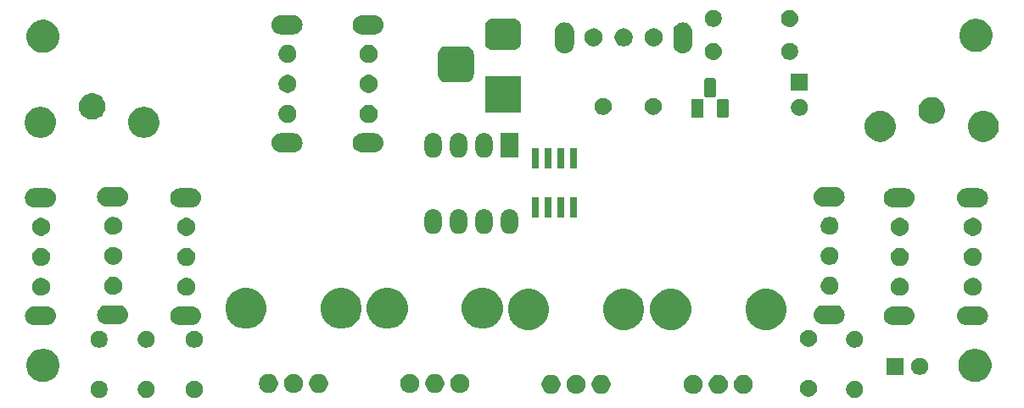
<source format=gbr>
G04 #@! TF.GenerationSoftware,KiCad,Pcbnew,(5.1.4-0-10_14)*
G04 #@! TF.CreationDate,2021-06-29T11:43:56+12:00*
G04 #@! TF.ProjectId,rupter,72757074-6572-42e6-9b69-6361645f7063,rev?*
G04 #@! TF.SameCoordinates,Original*
G04 #@! TF.FileFunction,Soldermask,Top*
G04 #@! TF.FilePolarity,Negative*
%FSLAX46Y46*%
G04 Gerber Fmt 4.6, Leading zero omitted, Abs format (unit mm)*
G04 Created by KiCad (PCBNEW (5.1.4-0-10_14)) date 2021-06-29 11:43:56*
%MOMM*%
%LPD*%
G04 APERTURE LIST*
%ADD10C,0.100000*%
G04 APERTURE END LIST*
D10*
G36*
X184748228Y-88081703D02*
G01*
X184903100Y-88145853D01*
X185042481Y-88238985D01*
X185161015Y-88357519D01*
X185254147Y-88496900D01*
X185318297Y-88651772D01*
X185351000Y-88816184D01*
X185351000Y-88983816D01*
X185318297Y-89148228D01*
X185254147Y-89303100D01*
X185161015Y-89442481D01*
X185042481Y-89561015D01*
X184903100Y-89654147D01*
X184748228Y-89718297D01*
X184583816Y-89751000D01*
X184416184Y-89751000D01*
X184251772Y-89718297D01*
X184096900Y-89654147D01*
X183957519Y-89561015D01*
X183838985Y-89442481D01*
X183745853Y-89303100D01*
X183681703Y-89148228D01*
X183649000Y-88983816D01*
X183649000Y-88816184D01*
X183681703Y-88651772D01*
X183745853Y-88496900D01*
X183838985Y-88357519D01*
X183957519Y-88238985D01*
X184096900Y-88145853D01*
X184251772Y-88081703D01*
X184416184Y-88049000D01*
X184583816Y-88049000D01*
X184748228Y-88081703D01*
X184748228Y-88081703D01*
G37*
G36*
X118848228Y-88081703D02*
G01*
X119003100Y-88145853D01*
X119142481Y-88238985D01*
X119261015Y-88357519D01*
X119354147Y-88496900D01*
X119418297Y-88651772D01*
X119451000Y-88816184D01*
X119451000Y-88983816D01*
X119418297Y-89148228D01*
X119354147Y-89303100D01*
X119261015Y-89442481D01*
X119142481Y-89561015D01*
X119003100Y-89654147D01*
X118848228Y-89718297D01*
X118683816Y-89751000D01*
X118516184Y-89751000D01*
X118351772Y-89718297D01*
X118196900Y-89654147D01*
X118057519Y-89561015D01*
X117938985Y-89442481D01*
X117845853Y-89303100D01*
X117781703Y-89148228D01*
X117749000Y-88983816D01*
X117749000Y-88816184D01*
X117781703Y-88651772D01*
X117845853Y-88496900D01*
X117938985Y-88357519D01*
X118057519Y-88238985D01*
X118196900Y-88145853D01*
X118351772Y-88081703D01*
X118516184Y-88049000D01*
X118683816Y-88049000D01*
X118848228Y-88081703D01*
X118848228Y-88081703D01*
G37*
G36*
X114048228Y-88081703D02*
G01*
X114203100Y-88145853D01*
X114342481Y-88238985D01*
X114461015Y-88357519D01*
X114554147Y-88496900D01*
X114618297Y-88651772D01*
X114651000Y-88816184D01*
X114651000Y-88983816D01*
X114618297Y-89148228D01*
X114554147Y-89303100D01*
X114461015Y-89442481D01*
X114342481Y-89561015D01*
X114203100Y-89654147D01*
X114048228Y-89718297D01*
X113883816Y-89751000D01*
X113716184Y-89751000D01*
X113551772Y-89718297D01*
X113396900Y-89654147D01*
X113257519Y-89561015D01*
X113138985Y-89442481D01*
X113045853Y-89303100D01*
X112981703Y-89148228D01*
X112949000Y-88983816D01*
X112949000Y-88816184D01*
X112981703Y-88651772D01*
X113045853Y-88496900D01*
X113138985Y-88357519D01*
X113257519Y-88238985D01*
X113396900Y-88145853D01*
X113551772Y-88081703D01*
X113716184Y-88049000D01*
X113883816Y-88049000D01*
X114048228Y-88081703D01*
X114048228Y-88081703D01*
G37*
G36*
X109348228Y-88081703D02*
G01*
X109503100Y-88145853D01*
X109642481Y-88238985D01*
X109761015Y-88357519D01*
X109854147Y-88496900D01*
X109918297Y-88651772D01*
X109951000Y-88816184D01*
X109951000Y-88983816D01*
X109918297Y-89148228D01*
X109854147Y-89303100D01*
X109761015Y-89442481D01*
X109642481Y-89561015D01*
X109503100Y-89654147D01*
X109348228Y-89718297D01*
X109183816Y-89751000D01*
X109016184Y-89751000D01*
X108851772Y-89718297D01*
X108696900Y-89654147D01*
X108557519Y-89561015D01*
X108438985Y-89442481D01*
X108345853Y-89303100D01*
X108281703Y-89148228D01*
X108249000Y-88983816D01*
X108249000Y-88816184D01*
X108281703Y-88651772D01*
X108345853Y-88496900D01*
X108438985Y-88357519D01*
X108557519Y-88238985D01*
X108696900Y-88145853D01*
X108851772Y-88081703D01*
X109016184Y-88049000D01*
X109183816Y-88049000D01*
X109348228Y-88081703D01*
X109348228Y-88081703D01*
G37*
G36*
X180148228Y-87981703D02*
G01*
X180303100Y-88045853D01*
X180442481Y-88138985D01*
X180561015Y-88257519D01*
X180654147Y-88396900D01*
X180718297Y-88551772D01*
X180751000Y-88716184D01*
X180751000Y-88883816D01*
X180718297Y-89048228D01*
X180654147Y-89203100D01*
X180561015Y-89342481D01*
X180442481Y-89461015D01*
X180303100Y-89554147D01*
X180148228Y-89618297D01*
X179983816Y-89651000D01*
X179816184Y-89651000D01*
X179651772Y-89618297D01*
X179496900Y-89554147D01*
X179357519Y-89461015D01*
X179238985Y-89342481D01*
X179145853Y-89203100D01*
X179081703Y-89048228D01*
X179049000Y-88883816D01*
X179049000Y-88716184D01*
X179081703Y-88551772D01*
X179145853Y-88396900D01*
X179238985Y-88257519D01*
X179357519Y-88138985D01*
X179496900Y-88045853D01*
X179651772Y-87981703D01*
X179816184Y-87949000D01*
X179983816Y-87949000D01*
X180148228Y-87981703D01*
X180148228Y-87981703D01*
G37*
G36*
X159477395Y-87485546D02*
G01*
X159650466Y-87557234D01*
X159656566Y-87561310D01*
X159806227Y-87661310D01*
X159938690Y-87793773D01*
X159938691Y-87793775D01*
X160042766Y-87949534D01*
X160114454Y-88122605D01*
X160151000Y-88306333D01*
X160151000Y-88493667D01*
X160114454Y-88677395D01*
X160042766Y-88850466D01*
X160042765Y-88850467D01*
X159938690Y-89006227D01*
X159806227Y-89138690D01*
X159727818Y-89191081D01*
X159650466Y-89242766D01*
X159477395Y-89314454D01*
X159293667Y-89351000D01*
X159106333Y-89351000D01*
X158922605Y-89314454D01*
X158749534Y-89242766D01*
X158672182Y-89191081D01*
X158593773Y-89138690D01*
X158461310Y-89006227D01*
X158357235Y-88850467D01*
X158357234Y-88850466D01*
X158285546Y-88677395D01*
X158249000Y-88493667D01*
X158249000Y-88306333D01*
X158285546Y-88122605D01*
X158357234Y-87949534D01*
X158461309Y-87793775D01*
X158461310Y-87793773D01*
X158593773Y-87661310D01*
X158743434Y-87561310D01*
X158749534Y-87557234D01*
X158922605Y-87485546D01*
X159106333Y-87449000D01*
X159293667Y-87449000D01*
X159477395Y-87485546D01*
X159477395Y-87485546D01*
G37*
G36*
X156977395Y-87485546D02*
G01*
X157150466Y-87557234D01*
X157156566Y-87561310D01*
X157306227Y-87661310D01*
X157438690Y-87793773D01*
X157438691Y-87793775D01*
X157542766Y-87949534D01*
X157614454Y-88122605D01*
X157651000Y-88306333D01*
X157651000Y-88493667D01*
X157614454Y-88677395D01*
X157542766Y-88850466D01*
X157542765Y-88850467D01*
X157438690Y-89006227D01*
X157306227Y-89138690D01*
X157227818Y-89191081D01*
X157150466Y-89242766D01*
X156977395Y-89314454D01*
X156793667Y-89351000D01*
X156606333Y-89351000D01*
X156422605Y-89314454D01*
X156249534Y-89242766D01*
X156172182Y-89191081D01*
X156093773Y-89138690D01*
X155961310Y-89006227D01*
X155857235Y-88850467D01*
X155857234Y-88850466D01*
X155785546Y-88677395D01*
X155749000Y-88493667D01*
X155749000Y-88306333D01*
X155785546Y-88122605D01*
X155857234Y-87949534D01*
X155961309Y-87793775D01*
X155961310Y-87793773D01*
X156093773Y-87661310D01*
X156243434Y-87561310D01*
X156249534Y-87557234D01*
X156422605Y-87485546D01*
X156606333Y-87449000D01*
X156793667Y-87449000D01*
X156977395Y-87485546D01*
X156977395Y-87485546D01*
G37*
G36*
X154477395Y-87485546D02*
G01*
X154650466Y-87557234D01*
X154656566Y-87561310D01*
X154806227Y-87661310D01*
X154938690Y-87793773D01*
X154938691Y-87793775D01*
X155042766Y-87949534D01*
X155114454Y-88122605D01*
X155151000Y-88306333D01*
X155151000Y-88493667D01*
X155114454Y-88677395D01*
X155042766Y-88850466D01*
X155042765Y-88850467D01*
X154938690Y-89006227D01*
X154806227Y-89138690D01*
X154727818Y-89191081D01*
X154650466Y-89242766D01*
X154477395Y-89314454D01*
X154293667Y-89351000D01*
X154106333Y-89351000D01*
X153922605Y-89314454D01*
X153749534Y-89242766D01*
X153672182Y-89191081D01*
X153593773Y-89138690D01*
X153461310Y-89006227D01*
X153357235Y-88850467D01*
X153357234Y-88850466D01*
X153285546Y-88677395D01*
X153249000Y-88493667D01*
X153249000Y-88306333D01*
X153285546Y-88122605D01*
X153357234Y-87949534D01*
X153461309Y-87793775D01*
X153461310Y-87793773D01*
X153593773Y-87661310D01*
X153743434Y-87561310D01*
X153749534Y-87557234D01*
X153922605Y-87485546D01*
X154106333Y-87449000D01*
X154293667Y-87449000D01*
X154477395Y-87485546D01*
X154477395Y-87485546D01*
G37*
G36*
X168677395Y-87485546D02*
G01*
X168850466Y-87557234D01*
X168856566Y-87561310D01*
X169006227Y-87661310D01*
X169138690Y-87793773D01*
X169138691Y-87793775D01*
X169242766Y-87949534D01*
X169314454Y-88122605D01*
X169351000Y-88306333D01*
X169351000Y-88493667D01*
X169314454Y-88677395D01*
X169242766Y-88850466D01*
X169242765Y-88850467D01*
X169138690Y-89006227D01*
X169006227Y-89138690D01*
X168927818Y-89191081D01*
X168850466Y-89242766D01*
X168677395Y-89314454D01*
X168493667Y-89351000D01*
X168306333Y-89351000D01*
X168122605Y-89314454D01*
X167949534Y-89242766D01*
X167872182Y-89191081D01*
X167793773Y-89138690D01*
X167661310Y-89006227D01*
X167557235Y-88850467D01*
X167557234Y-88850466D01*
X167485546Y-88677395D01*
X167449000Y-88493667D01*
X167449000Y-88306333D01*
X167485546Y-88122605D01*
X167557234Y-87949534D01*
X167661309Y-87793775D01*
X167661310Y-87793773D01*
X167793773Y-87661310D01*
X167943434Y-87561310D01*
X167949534Y-87557234D01*
X168122605Y-87485546D01*
X168306333Y-87449000D01*
X168493667Y-87449000D01*
X168677395Y-87485546D01*
X168677395Y-87485546D01*
G37*
G36*
X173677395Y-87485546D02*
G01*
X173850466Y-87557234D01*
X173856566Y-87561310D01*
X174006227Y-87661310D01*
X174138690Y-87793773D01*
X174138691Y-87793775D01*
X174242766Y-87949534D01*
X174314454Y-88122605D01*
X174351000Y-88306333D01*
X174351000Y-88493667D01*
X174314454Y-88677395D01*
X174242766Y-88850466D01*
X174242765Y-88850467D01*
X174138690Y-89006227D01*
X174006227Y-89138690D01*
X173927818Y-89191081D01*
X173850466Y-89242766D01*
X173677395Y-89314454D01*
X173493667Y-89351000D01*
X173306333Y-89351000D01*
X173122605Y-89314454D01*
X172949534Y-89242766D01*
X172872182Y-89191081D01*
X172793773Y-89138690D01*
X172661310Y-89006227D01*
X172557235Y-88850467D01*
X172557234Y-88850466D01*
X172485546Y-88677395D01*
X172449000Y-88493667D01*
X172449000Y-88306333D01*
X172485546Y-88122605D01*
X172557234Y-87949534D01*
X172661309Y-87793775D01*
X172661310Y-87793773D01*
X172793773Y-87661310D01*
X172943434Y-87561310D01*
X172949534Y-87557234D01*
X173122605Y-87485546D01*
X173306333Y-87449000D01*
X173493667Y-87449000D01*
X173677395Y-87485546D01*
X173677395Y-87485546D01*
G37*
G36*
X171177395Y-87485546D02*
G01*
X171350466Y-87557234D01*
X171356566Y-87561310D01*
X171506227Y-87661310D01*
X171638690Y-87793773D01*
X171638691Y-87793775D01*
X171742766Y-87949534D01*
X171814454Y-88122605D01*
X171851000Y-88306333D01*
X171851000Y-88493667D01*
X171814454Y-88677395D01*
X171742766Y-88850466D01*
X171742765Y-88850467D01*
X171638690Y-89006227D01*
X171506227Y-89138690D01*
X171427818Y-89191081D01*
X171350466Y-89242766D01*
X171177395Y-89314454D01*
X170993667Y-89351000D01*
X170806333Y-89351000D01*
X170622605Y-89314454D01*
X170449534Y-89242766D01*
X170372182Y-89191081D01*
X170293773Y-89138690D01*
X170161310Y-89006227D01*
X170057235Y-88850467D01*
X170057234Y-88850466D01*
X169985546Y-88677395D01*
X169949000Y-88493667D01*
X169949000Y-88306333D01*
X169985546Y-88122605D01*
X170057234Y-87949534D01*
X170161309Y-87793775D01*
X170161310Y-87793773D01*
X170293773Y-87661310D01*
X170443434Y-87561310D01*
X170449534Y-87557234D01*
X170622605Y-87485546D01*
X170806333Y-87449000D01*
X170993667Y-87449000D01*
X171177395Y-87485546D01*
X171177395Y-87485546D01*
G37*
G36*
X145377395Y-87385546D02*
G01*
X145550466Y-87457234D01*
X145550467Y-87457235D01*
X145706227Y-87561310D01*
X145838690Y-87693773D01*
X145838691Y-87693775D01*
X145942766Y-87849534D01*
X146014454Y-88022605D01*
X146051000Y-88206333D01*
X146051000Y-88393667D01*
X146014454Y-88577395D01*
X145942766Y-88750466D01*
X145942765Y-88750467D01*
X145838690Y-88906227D01*
X145706227Y-89038690D01*
X145627818Y-89091081D01*
X145550466Y-89142766D01*
X145377395Y-89214454D01*
X145193667Y-89251000D01*
X145006333Y-89251000D01*
X144822605Y-89214454D01*
X144649534Y-89142766D01*
X144572182Y-89091081D01*
X144493773Y-89038690D01*
X144361310Y-88906227D01*
X144257235Y-88750467D01*
X144257234Y-88750466D01*
X144185546Y-88577395D01*
X144149000Y-88393667D01*
X144149000Y-88206333D01*
X144185546Y-88022605D01*
X144257234Y-87849534D01*
X144361309Y-87693775D01*
X144361310Y-87693773D01*
X144493773Y-87561310D01*
X144649533Y-87457235D01*
X144649534Y-87457234D01*
X144822605Y-87385546D01*
X145006333Y-87349000D01*
X145193667Y-87349000D01*
X145377395Y-87385546D01*
X145377395Y-87385546D01*
G37*
G36*
X142877395Y-87385546D02*
G01*
X143050466Y-87457234D01*
X143050467Y-87457235D01*
X143206227Y-87561310D01*
X143338690Y-87693773D01*
X143338691Y-87693775D01*
X143442766Y-87849534D01*
X143514454Y-88022605D01*
X143551000Y-88206333D01*
X143551000Y-88393667D01*
X143514454Y-88577395D01*
X143442766Y-88750466D01*
X143442765Y-88750467D01*
X143338690Y-88906227D01*
X143206227Y-89038690D01*
X143127818Y-89091081D01*
X143050466Y-89142766D01*
X142877395Y-89214454D01*
X142693667Y-89251000D01*
X142506333Y-89251000D01*
X142322605Y-89214454D01*
X142149534Y-89142766D01*
X142072182Y-89091081D01*
X141993773Y-89038690D01*
X141861310Y-88906227D01*
X141757235Y-88750467D01*
X141757234Y-88750466D01*
X141685546Y-88577395D01*
X141649000Y-88393667D01*
X141649000Y-88206333D01*
X141685546Y-88022605D01*
X141757234Y-87849534D01*
X141861309Y-87693775D01*
X141861310Y-87693773D01*
X141993773Y-87561310D01*
X142149533Y-87457235D01*
X142149534Y-87457234D01*
X142322605Y-87385546D01*
X142506333Y-87349000D01*
X142693667Y-87349000D01*
X142877395Y-87385546D01*
X142877395Y-87385546D01*
G37*
G36*
X140377395Y-87385546D02*
G01*
X140550466Y-87457234D01*
X140550467Y-87457235D01*
X140706227Y-87561310D01*
X140838690Y-87693773D01*
X140838691Y-87693775D01*
X140942766Y-87849534D01*
X141014454Y-88022605D01*
X141051000Y-88206333D01*
X141051000Y-88393667D01*
X141014454Y-88577395D01*
X140942766Y-88750466D01*
X140942765Y-88750467D01*
X140838690Y-88906227D01*
X140706227Y-89038690D01*
X140627818Y-89091081D01*
X140550466Y-89142766D01*
X140377395Y-89214454D01*
X140193667Y-89251000D01*
X140006333Y-89251000D01*
X139822605Y-89214454D01*
X139649534Y-89142766D01*
X139572182Y-89091081D01*
X139493773Y-89038690D01*
X139361310Y-88906227D01*
X139257235Y-88750467D01*
X139257234Y-88750466D01*
X139185546Y-88577395D01*
X139149000Y-88393667D01*
X139149000Y-88206333D01*
X139185546Y-88022605D01*
X139257234Y-87849534D01*
X139361309Y-87693775D01*
X139361310Y-87693773D01*
X139493773Y-87561310D01*
X139649533Y-87457235D01*
X139649534Y-87457234D01*
X139822605Y-87385546D01*
X140006333Y-87349000D01*
X140193667Y-87349000D01*
X140377395Y-87385546D01*
X140377395Y-87385546D01*
G37*
G36*
X131277395Y-87385546D02*
G01*
X131450466Y-87457234D01*
X131450467Y-87457235D01*
X131606227Y-87561310D01*
X131738690Y-87693773D01*
X131738691Y-87693775D01*
X131842766Y-87849534D01*
X131914454Y-88022605D01*
X131951000Y-88206333D01*
X131951000Y-88393667D01*
X131914454Y-88577395D01*
X131842766Y-88750466D01*
X131842765Y-88750467D01*
X131738690Y-88906227D01*
X131606227Y-89038690D01*
X131527818Y-89091081D01*
X131450466Y-89142766D01*
X131277395Y-89214454D01*
X131093667Y-89251000D01*
X130906333Y-89251000D01*
X130722605Y-89214454D01*
X130549534Y-89142766D01*
X130472182Y-89091081D01*
X130393773Y-89038690D01*
X130261310Y-88906227D01*
X130157235Y-88750467D01*
X130157234Y-88750466D01*
X130085546Y-88577395D01*
X130049000Y-88393667D01*
X130049000Y-88206333D01*
X130085546Y-88022605D01*
X130157234Y-87849534D01*
X130261309Y-87693775D01*
X130261310Y-87693773D01*
X130393773Y-87561310D01*
X130549533Y-87457235D01*
X130549534Y-87457234D01*
X130722605Y-87385546D01*
X130906333Y-87349000D01*
X131093667Y-87349000D01*
X131277395Y-87385546D01*
X131277395Y-87385546D01*
G37*
G36*
X128777395Y-87385546D02*
G01*
X128950466Y-87457234D01*
X128950467Y-87457235D01*
X129106227Y-87561310D01*
X129238690Y-87693773D01*
X129238691Y-87693775D01*
X129342766Y-87849534D01*
X129414454Y-88022605D01*
X129451000Y-88206333D01*
X129451000Y-88393667D01*
X129414454Y-88577395D01*
X129342766Y-88750466D01*
X129342765Y-88750467D01*
X129238690Y-88906227D01*
X129106227Y-89038690D01*
X129027818Y-89091081D01*
X128950466Y-89142766D01*
X128777395Y-89214454D01*
X128593667Y-89251000D01*
X128406333Y-89251000D01*
X128222605Y-89214454D01*
X128049534Y-89142766D01*
X127972182Y-89091081D01*
X127893773Y-89038690D01*
X127761310Y-88906227D01*
X127657235Y-88750467D01*
X127657234Y-88750466D01*
X127585546Y-88577395D01*
X127549000Y-88393667D01*
X127549000Y-88206333D01*
X127585546Y-88022605D01*
X127657234Y-87849534D01*
X127761309Y-87693775D01*
X127761310Y-87693773D01*
X127893773Y-87561310D01*
X128049533Y-87457235D01*
X128049534Y-87457234D01*
X128222605Y-87385546D01*
X128406333Y-87349000D01*
X128593667Y-87349000D01*
X128777395Y-87385546D01*
X128777395Y-87385546D01*
G37*
G36*
X126277395Y-87385546D02*
G01*
X126450466Y-87457234D01*
X126450467Y-87457235D01*
X126606227Y-87561310D01*
X126738690Y-87693773D01*
X126738691Y-87693775D01*
X126842766Y-87849534D01*
X126914454Y-88022605D01*
X126951000Y-88206333D01*
X126951000Y-88393667D01*
X126914454Y-88577395D01*
X126842766Y-88750466D01*
X126842765Y-88750467D01*
X126738690Y-88906227D01*
X126606227Y-89038690D01*
X126527818Y-89091081D01*
X126450466Y-89142766D01*
X126277395Y-89214454D01*
X126093667Y-89251000D01*
X125906333Y-89251000D01*
X125722605Y-89214454D01*
X125549534Y-89142766D01*
X125472182Y-89091081D01*
X125393773Y-89038690D01*
X125261310Y-88906227D01*
X125157235Y-88750467D01*
X125157234Y-88750466D01*
X125085546Y-88577395D01*
X125049000Y-88393667D01*
X125049000Y-88206333D01*
X125085546Y-88022605D01*
X125157234Y-87849534D01*
X125261309Y-87693775D01*
X125261310Y-87693773D01*
X125393773Y-87561310D01*
X125549533Y-87457235D01*
X125549534Y-87457234D01*
X125722605Y-87385546D01*
X125906333Y-87349000D01*
X126093667Y-87349000D01*
X126277395Y-87385546D01*
X126277395Y-87385546D01*
G37*
G36*
X196875256Y-84891298D02*
G01*
X196981579Y-84912447D01*
X197282042Y-85036903D01*
X197552451Y-85217585D01*
X197782415Y-85447549D01*
X197963097Y-85717958D01*
X198087553Y-86018421D01*
X198151000Y-86337391D01*
X198151000Y-86662609D01*
X198087553Y-86981579D01*
X197963097Y-87282042D01*
X197782415Y-87552451D01*
X197552451Y-87782415D01*
X197282042Y-87963097D01*
X197282041Y-87963098D01*
X197282040Y-87963098D01*
X197194037Y-87999550D01*
X196981579Y-88087553D01*
X196875256Y-88108702D01*
X196662611Y-88151000D01*
X196337389Y-88151000D01*
X196124744Y-88108702D01*
X196018421Y-88087553D01*
X195805963Y-87999550D01*
X195717960Y-87963098D01*
X195717959Y-87963098D01*
X195717958Y-87963097D01*
X195447549Y-87782415D01*
X195217585Y-87552451D01*
X195036903Y-87282042D01*
X194912447Y-86981579D01*
X194849000Y-86662609D01*
X194849000Y-86337391D01*
X194912447Y-86018421D01*
X195036903Y-85717958D01*
X195217585Y-85447549D01*
X195447549Y-85217585D01*
X195717958Y-85036903D01*
X196018421Y-84912447D01*
X196124744Y-84891298D01*
X196337389Y-84849000D01*
X196662611Y-84849000D01*
X196875256Y-84891298D01*
X196875256Y-84891298D01*
G37*
G36*
X103875256Y-84891298D02*
G01*
X103981579Y-84912447D01*
X104282042Y-85036903D01*
X104552451Y-85217585D01*
X104782415Y-85447549D01*
X104963097Y-85717958D01*
X105087553Y-86018421D01*
X105151000Y-86337391D01*
X105151000Y-86662609D01*
X105087553Y-86981579D01*
X104963097Y-87282042D01*
X104782415Y-87552451D01*
X104552451Y-87782415D01*
X104282042Y-87963097D01*
X104282041Y-87963098D01*
X104282040Y-87963098D01*
X104194037Y-87999550D01*
X103981579Y-88087553D01*
X103875256Y-88108702D01*
X103662611Y-88151000D01*
X103337389Y-88151000D01*
X103124744Y-88108702D01*
X103018421Y-88087553D01*
X102805963Y-87999550D01*
X102717960Y-87963098D01*
X102717959Y-87963098D01*
X102717958Y-87963097D01*
X102447549Y-87782415D01*
X102217585Y-87552451D01*
X102036903Y-87282042D01*
X101912447Y-86981579D01*
X101849000Y-86662609D01*
X101849000Y-86337391D01*
X101912447Y-86018421D01*
X102036903Y-85717958D01*
X102217585Y-85447549D01*
X102447549Y-85217585D01*
X102717958Y-85036903D01*
X103018421Y-84912447D01*
X103124744Y-84891298D01*
X103337389Y-84849000D01*
X103662611Y-84849000D01*
X103875256Y-84891298D01*
X103875256Y-84891298D01*
G37*
G36*
X189351000Y-87451000D02*
G01*
X187649000Y-87451000D01*
X187649000Y-85749000D01*
X189351000Y-85749000D01*
X189351000Y-87451000D01*
X189351000Y-87451000D01*
G37*
G36*
X191248228Y-85781703D02*
G01*
X191403100Y-85845853D01*
X191542481Y-85938985D01*
X191661015Y-86057519D01*
X191754147Y-86196900D01*
X191818297Y-86351772D01*
X191851000Y-86516184D01*
X191851000Y-86683816D01*
X191818297Y-86848228D01*
X191754147Y-87003100D01*
X191661015Y-87142481D01*
X191542481Y-87261015D01*
X191403100Y-87354147D01*
X191248228Y-87418297D01*
X191083816Y-87451000D01*
X190916184Y-87451000D01*
X190751772Y-87418297D01*
X190596900Y-87354147D01*
X190457519Y-87261015D01*
X190338985Y-87142481D01*
X190245853Y-87003100D01*
X190181703Y-86848228D01*
X190149000Y-86683816D01*
X190149000Y-86516184D01*
X190181703Y-86351772D01*
X190245853Y-86196900D01*
X190338985Y-86057519D01*
X190457519Y-85938985D01*
X190596900Y-85845853D01*
X190751772Y-85781703D01*
X190916184Y-85749000D01*
X191083816Y-85749000D01*
X191248228Y-85781703D01*
X191248228Y-85781703D01*
G37*
G36*
X114048228Y-83081703D02*
G01*
X114203100Y-83145853D01*
X114342481Y-83238985D01*
X114461015Y-83357519D01*
X114554147Y-83496900D01*
X114618297Y-83651772D01*
X114651000Y-83816184D01*
X114651000Y-83983816D01*
X114618297Y-84148228D01*
X114554147Y-84303100D01*
X114461015Y-84442481D01*
X114342481Y-84561015D01*
X114203100Y-84654147D01*
X114048228Y-84718297D01*
X113883816Y-84751000D01*
X113716184Y-84751000D01*
X113551772Y-84718297D01*
X113396900Y-84654147D01*
X113257519Y-84561015D01*
X113138985Y-84442481D01*
X113045853Y-84303100D01*
X112981703Y-84148228D01*
X112949000Y-83983816D01*
X112949000Y-83816184D01*
X112981703Y-83651772D01*
X113045853Y-83496900D01*
X113138985Y-83357519D01*
X113257519Y-83238985D01*
X113396900Y-83145853D01*
X113551772Y-83081703D01*
X113716184Y-83049000D01*
X113883816Y-83049000D01*
X114048228Y-83081703D01*
X114048228Y-83081703D01*
G37*
G36*
X109348228Y-83081703D02*
G01*
X109503100Y-83145853D01*
X109642481Y-83238985D01*
X109761015Y-83357519D01*
X109854147Y-83496900D01*
X109918297Y-83651772D01*
X109951000Y-83816184D01*
X109951000Y-83983816D01*
X109918297Y-84148228D01*
X109854147Y-84303100D01*
X109761015Y-84442481D01*
X109642481Y-84561015D01*
X109503100Y-84654147D01*
X109348228Y-84718297D01*
X109183816Y-84751000D01*
X109016184Y-84751000D01*
X108851772Y-84718297D01*
X108696900Y-84654147D01*
X108557519Y-84561015D01*
X108438985Y-84442481D01*
X108345853Y-84303100D01*
X108281703Y-84148228D01*
X108249000Y-83983816D01*
X108249000Y-83816184D01*
X108281703Y-83651772D01*
X108345853Y-83496900D01*
X108438985Y-83357519D01*
X108557519Y-83238985D01*
X108696900Y-83145853D01*
X108851772Y-83081703D01*
X109016184Y-83049000D01*
X109183816Y-83049000D01*
X109348228Y-83081703D01*
X109348228Y-83081703D01*
G37*
G36*
X184748228Y-83081703D02*
G01*
X184903100Y-83145853D01*
X185042481Y-83238985D01*
X185161015Y-83357519D01*
X185254147Y-83496900D01*
X185318297Y-83651772D01*
X185351000Y-83816184D01*
X185351000Y-83983816D01*
X185318297Y-84148228D01*
X185254147Y-84303100D01*
X185161015Y-84442481D01*
X185042481Y-84561015D01*
X184903100Y-84654147D01*
X184748228Y-84718297D01*
X184583816Y-84751000D01*
X184416184Y-84751000D01*
X184251772Y-84718297D01*
X184096900Y-84654147D01*
X183957519Y-84561015D01*
X183838985Y-84442481D01*
X183745853Y-84303100D01*
X183681703Y-84148228D01*
X183649000Y-83983816D01*
X183649000Y-83816184D01*
X183681703Y-83651772D01*
X183745853Y-83496900D01*
X183838985Y-83357519D01*
X183957519Y-83238985D01*
X184096900Y-83145853D01*
X184251772Y-83081703D01*
X184416184Y-83049000D01*
X184583816Y-83049000D01*
X184748228Y-83081703D01*
X184748228Y-83081703D01*
G37*
G36*
X118848228Y-83081703D02*
G01*
X119003100Y-83145853D01*
X119142481Y-83238985D01*
X119261015Y-83357519D01*
X119354147Y-83496900D01*
X119418297Y-83651772D01*
X119451000Y-83816184D01*
X119451000Y-83983816D01*
X119418297Y-84148228D01*
X119354147Y-84303100D01*
X119261015Y-84442481D01*
X119142481Y-84561015D01*
X119003100Y-84654147D01*
X118848228Y-84718297D01*
X118683816Y-84751000D01*
X118516184Y-84751000D01*
X118351772Y-84718297D01*
X118196900Y-84654147D01*
X118057519Y-84561015D01*
X117938985Y-84442481D01*
X117845853Y-84303100D01*
X117781703Y-84148228D01*
X117749000Y-83983816D01*
X117749000Y-83816184D01*
X117781703Y-83651772D01*
X117845853Y-83496900D01*
X117938985Y-83357519D01*
X118057519Y-83238985D01*
X118196900Y-83145853D01*
X118351772Y-83081703D01*
X118516184Y-83049000D01*
X118683816Y-83049000D01*
X118848228Y-83081703D01*
X118848228Y-83081703D01*
G37*
G36*
X180148228Y-82981703D02*
G01*
X180303100Y-83045853D01*
X180442481Y-83138985D01*
X180561015Y-83257519D01*
X180654147Y-83396900D01*
X180718297Y-83551772D01*
X180751000Y-83716184D01*
X180751000Y-83883816D01*
X180718297Y-84048228D01*
X180654147Y-84203100D01*
X180561015Y-84342481D01*
X180442481Y-84461015D01*
X180303100Y-84554147D01*
X180148228Y-84618297D01*
X179983816Y-84651000D01*
X179816184Y-84651000D01*
X179651772Y-84618297D01*
X179496900Y-84554147D01*
X179357519Y-84461015D01*
X179238985Y-84342481D01*
X179145853Y-84203100D01*
X179081703Y-84048228D01*
X179049000Y-83883816D01*
X179049000Y-83716184D01*
X179081703Y-83551772D01*
X179145853Y-83396900D01*
X179238985Y-83257519D01*
X179357519Y-83138985D01*
X179496900Y-83045853D01*
X179651772Y-82981703D01*
X179816184Y-82949000D01*
X179983816Y-82949000D01*
X180148228Y-82981703D01*
X180148228Y-82981703D01*
G37*
G36*
X176248254Y-78927818D02*
G01*
X176607885Y-79076782D01*
X176621513Y-79082427D01*
X176833920Y-79224353D01*
X176957436Y-79306884D01*
X177243116Y-79592564D01*
X177467574Y-79928489D01*
X177622182Y-80301746D01*
X177701000Y-80697993D01*
X177701000Y-81102007D01*
X177622182Y-81498254D01*
X177490693Y-81815697D01*
X177467573Y-81871513D01*
X177243116Y-82207436D01*
X176957436Y-82493116D01*
X176621513Y-82717573D01*
X176621512Y-82717574D01*
X176621511Y-82717574D01*
X176248254Y-82872182D01*
X175852007Y-82951000D01*
X175447993Y-82951000D01*
X175051746Y-82872182D01*
X174678489Y-82717574D01*
X174678488Y-82717574D01*
X174678487Y-82717573D01*
X174342564Y-82493116D01*
X174056884Y-82207436D01*
X173832427Y-81871513D01*
X173809307Y-81815697D01*
X173677818Y-81498254D01*
X173599000Y-81102007D01*
X173599000Y-80697993D01*
X173677818Y-80301746D01*
X173832426Y-79928489D01*
X174056884Y-79592564D01*
X174342564Y-79306884D01*
X174466080Y-79224353D01*
X174678487Y-79082427D01*
X174692115Y-79076782D01*
X175051746Y-78927818D01*
X175447993Y-78849000D01*
X175852007Y-78849000D01*
X176248254Y-78927818D01*
X176248254Y-78927818D01*
G37*
G36*
X166748254Y-78927818D02*
G01*
X167107885Y-79076782D01*
X167121513Y-79082427D01*
X167333920Y-79224353D01*
X167457436Y-79306884D01*
X167743116Y-79592564D01*
X167967574Y-79928489D01*
X168122182Y-80301746D01*
X168201000Y-80697993D01*
X168201000Y-81102007D01*
X168122182Y-81498254D01*
X167990693Y-81815697D01*
X167967573Y-81871513D01*
X167743116Y-82207436D01*
X167457436Y-82493116D01*
X167121513Y-82717573D01*
X167121512Y-82717574D01*
X167121511Y-82717574D01*
X166748254Y-82872182D01*
X166352007Y-82951000D01*
X165947993Y-82951000D01*
X165551746Y-82872182D01*
X165178489Y-82717574D01*
X165178488Y-82717574D01*
X165178487Y-82717573D01*
X164842564Y-82493116D01*
X164556884Y-82207436D01*
X164332427Y-81871513D01*
X164309307Y-81815697D01*
X164177818Y-81498254D01*
X164099000Y-81102007D01*
X164099000Y-80697993D01*
X164177818Y-80301746D01*
X164332426Y-79928489D01*
X164556884Y-79592564D01*
X164842564Y-79306884D01*
X164966080Y-79224353D01*
X165178487Y-79082427D01*
X165192115Y-79076782D01*
X165551746Y-78927818D01*
X165947993Y-78849000D01*
X166352007Y-78849000D01*
X166748254Y-78927818D01*
X166748254Y-78927818D01*
G37*
G36*
X162048254Y-78927818D02*
G01*
X162407885Y-79076782D01*
X162421513Y-79082427D01*
X162633920Y-79224353D01*
X162757436Y-79306884D01*
X163043116Y-79592564D01*
X163267574Y-79928489D01*
X163422182Y-80301746D01*
X163501000Y-80697993D01*
X163501000Y-81102007D01*
X163422182Y-81498254D01*
X163290693Y-81815697D01*
X163267573Y-81871513D01*
X163043116Y-82207436D01*
X162757436Y-82493116D01*
X162421513Y-82717573D01*
X162421512Y-82717574D01*
X162421511Y-82717574D01*
X162048254Y-82872182D01*
X161652007Y-82951000D01*
X161247993Y-82951000D01*
X160851746Y-82872182D01*
X160478489Y-82717574D01*
X160478488Y-82717574D01*
X160478487Y-82717573D01*
X160142564Y-82493116D01*
X159856884Y-82207436D01*
X159632427Y-81871513D01*
X159609307Y-81815697D01*
X159477818Y-81498254D01*
X159399000Y-81102007D01*
X159399000Y-80697993D01*
X159477818Y-80301746D01*
X159632426Y-79928489D01*
X159856884Y-79592564D01*
X160142564Y-79306884D01*
X160266080Y-79224353D01*
X160478487Y-79082427D01*
X160492115Y-79076782D01*
X160851746Y-78927818D01*
X161247993Y-78849000D01*
X161652007Y-78849000D01*
X162048254Y-78927818D01*
X162048254Y-78927818D01*
G37*
G36*
X152548254Y-78927818D02*
G01*
X152907885Y-79076782D01*
X152921513Y-79082427D01*
X153133920Y-79224353D01*
X153257436Y-79306884D01*
X153543116Y-79592564D01*
X153767574Y-79928489D01*
X153922182Y-80301746D01*
X154001000Y-80697993D01*
X154001000Y-81102007D01*
X153922182Y-81498254D01*
X153790693Y-81815697D01*
X153767573Y-81871513D01*
X153543116Y-82207436D01*
X153257436Y-82493116D01*
X152921513Y-82717573D01*
X152921512Y-82717574D01*
X152921511Y-82717574D01*
X152548254Y-82872182D01*
X152152007Y-82951000D01*
X151747993Y-82951000D01*
X151351746Y-82872182D01*
X150978489Y-82717574D01*
X150978488Y-82717574D01*
X150978487Y-82717573D01*
X150642564Y-82493116D01*
X150356884Y-82207436D01*
X150132427Y-81871513D01*
X150109307Y-81815697D01*
X149977818Y-81498254D01*
X149899000Y-81102007D01*
X149899000Y-80697993D01*
X149977818Y-80301746D01*
X150132426Y-79928489D01*
X150356884Y-79592564D01*
X150642564Y-79306884D01*
X150766080Y-79224353D01*
X150978487Y-79082427D01*
X150992115Y-79076782D01*
X151351746Y-78927818D01*
X151747993Y-78849000D01*
X152152007Y-78849000D01*
X152548254Y-78927818D01*
X152548254Y-78927818D01*
G37*
G36*
X124348254Y-78827818D02*
G01*
X124707885Y-78976782D01*
X124721513Y-78982427D01*
X124862725Y-79076782D01*
X125057436Y-79206884D01*
X125343116Y-79492564D01*
X125567574Y-79828489D01*
X125722182Y-80201746D01*
X125801000Y-80597993D01*
X125801000Y-81002007D01*
X125722182Y-81398254D01*
X125582107Y-81736425D01*
X125567573Y-81771513D01*
X125343116Y-82107436D01*
X125057436Y-82393116D01*
X124721513Y-82617573D01*
X124721512Y-82617574D01*
X124721511Y-82617574D01*
X124348254Y-82772182D01*
X123952007Y-82851000D01*
X123547993Y-82851000D01*
X123151746Y-82772182D01*
X122778489Y-82617574D01*
X122778488Y-82617574D01*
X122778487Y-82617573D01*
X122442564Y-82393116D01*
X122156884Y-82107436D01*
X121932427Y-81771513D01*
X121917893Y-81736425D01*
X121777818Y-81398254D01*
X121699000Y-81002007D01*
X121699000Y-80597993D01*
X121777818Y-80201746D01*
X121932426Y-79828489D01*
X122156884Y-79492564D01*
X122442564Y-79206884D01*
X122637275Y-79076782D01*
X122778487Y-78982427D01*
X122792115Y-78976782D01*
X123151746Y-78827818D01*
X123547993Y-78749000D01*
X123952007Y-78749000D01*
X124348254Y-78827818D01*
X124348254Y-78827818D01*
G37*
G36*
X133848254Y-78827818D02*
G01*
X134207885Y-78976782D01*
X134221513Y-78982427D01*
X134362725Y-79076782D01*
X134557436Y-79206884D01*
X134843116Y-79492564D01*
X135067574Y-79828489D01*
X135222182Y-80201746D01*
X135301000Y-80597993D01*
X135301000Y-81002007D01*
X135222182Y-81398254D01*
X135082107Y-81736425D01*
X135067573Y-81771513D01*
X134843116Y-82107436D01*
X134557436Y-82393116D01*
X134221513Y-82617573D01*
X134221512Y-82617574D01*
X134221511Y-82617574D01*
X133848254Y-82772182D01*
X133452007Y-82851000D01*
X133047993Y-82851000D01*
X132651746Y-82772182D01*
X132278489Y-82617574D01*
X132278488Y-82617574D01*
X132278487Y-82617573D01*
X131942564Y-82393116D01*
X131656884Y-82107436D01*
X131432427Y-81771513D01*
X131417893Y-81736425D01*
X131277818Y-81398254D01*
X131199000Y-81002007D01*
X131199000Y-80597993D01*
X131277818Y-80201746D01*
X131432426Y-79828489D01*
X131656884Y-79492564D01*
X131942564Y-79206884D01*
X132137275Y-79076782D01*
X132278487Y-78982427D01*
X132292115Y-78976782D01*
X132651746Y-78827818D01*
X133047993Y-78749000D01*
X133452007Y-78749000D01*
X133848254Y-78827818D01*
X133848254Y-78827818D01*
G37*
G36*
X138448254Y-78827818D02*
G01*
X138807885Y-78976782D01*
X138821513Y-78982427D01*
X138962725Y-79076782D01*
X139157436Y-79206884D01*
X139443116Y-79492564D01*
X139667574Y-79828489D01*
X139822182Y-80201746D01*
X139901000Y-80597993D01*
X139901000Y-81002007D01*
X139822182Y-81398254D01*
X139682107Y-81736425D01*
X139667573Y-81771513D01*
X139443116Y-82107436D01*
X139157436Y-82393116D01*
X138821513Y-82617573D01*
X138821512Y-82617574D01*
X138821511Y-82617574D01*
X138448254Y-82772182D01*
X138052007Y-82851000D01*
X137647993Y-82851000D01*
X137251746Y-82772182D01*
X136878489Y-82617574D01*
X136878488Y-82617574D01*
X136878487Y-82617573D01*
X136542564Y-82393116D01*
X136256884Y-82107436D01*
X136032427Y-81771513D01*
X136017893Y-81736425D01*
X135877818Y-81398254D01*
X135799000Y-81002007D01*
X135799000Y-80597993D01*
X135877818Y-80201746D01*
X136032426Y-79828489D01*
X136256884Y-79492564D01*
X136542564Y-79206884D01*
X136737275Y-79076782D01*
X136878487Y-78982427D01*
X136892115Y-78976782D01*
X137251746Y-78827818D01*
X137647993Y-78749000D01*
X138052007Y-78749000D01*
X138448254Y-78827818D01*
X138448254Y-78827818D01*
G37*
G36*
X147948254Y-78827818D02*
G01*
X148307885Y-78976782D01*
X148321513Y-78982427D01*
X148462725Y-79076782D01*
X148657436Y-79206884D01*
X148943116Y-79492564D01*
X149167574Y-79828489D01*
X149322182Y-80201746D01*
X149401000Y-80597993D01*
X149401000Y-81002007D01*
X149322182Y-81398254D01*
X149182107Y-81736425D01*
X149167573Y-81771513D01*
X148943116Y-82107436D01*
X148657436Y-82393116D01*
X148321513Y-82617573D01*
X148321512Y-82617574D01*
X148321511Y-82617574D01*
X147948254Y-82772182D01*
X147552007Y-82851000D01*
X147147993Y-82851000D01*
X146751746Y-82772182D01*
X146378489Y-82617574D01*
X146378488Y-82617574D01*
X146378487Y-82617573D01*
X146042564Y-82393116D01*
X145756884Y-82107436D01*
X145532427Y-81771513D01*
X145517893Y-81736425D01*
X145377818Y-81398254D01*
X145299000Y-81002007D01*
X145299000Y-80597993D01*
X145377818Y-80201746D01*
X145532426Y-79828489D01*
X145756884Y-79492564D01*
X146042564Y-79206884D01*
X146237275Y-79076782D01*
X146378487Y-78982427D01*
X146392115Y-78976782D01*
X146751746Y-78827818D01*
X147147993Y-78749000D01*
X147552007Y-78749000D01*
X147948254Y-78827818D01*
X147948254Y-78827818D01*
G37*
G36*
X189736425Y-80612760D02*
G01*
X189736428Y-80612761D01*
X189736429Y-80612761D01*
X189915693Y-80667140D01*
X189915696Y-80667142D01*
X189915697Y-80667142D01*
X190080903Y-80755446D01*
X190225712Y-80874288D01*
X190344554Y-81019097D01*
X190388870Y-81102007D01*
X190432860Y-81184307D01*
X190487239Y-81363571D01*
X190487240Y-81363575D01*
X190505601Y-81550000D01*
X190487240Y-81736425D01*
X190487239Y-81736428D01*
X190487239Y-81736429D01*
X190432860Y-81915693D01*
X190432858Y-81915696D01*
X190432858Y-81915697D01*
X190344554Y-82080903D01*
X190225712Y-82225712D01*
X190080903Y-82344554D01*
X189975299Y-82401000D01*
X189915693Y-82432860D01*
X189736429Y-82487239D01*
X189736428Y-82487239D01*
X189736425Y-82487240D01*
X189596718Y-82501000D01*
X188303282Y-82501000D01*
X188163575Y-82487240D01*
X188163572Y-82487239D01*
X188163571Y-82487239D01*
X187984307Y-82432860D01*
X187924701Y-82401000D01*
X187819097Y-82344554D01*
X187674288Y-82225712D01*
X187555446Y-82080903D01*
X187467142Y-81915697D01*
X187467142Y-81915696D01*
X187467140Y-81915693D01*
X187412761Y-81736429D01*
X187412761Y-81736428D01*
X187412760Y-81736425D01*
X187394399Y-81550000D01*
X187412760Y-81363575D01*
X187412761Y-81363571D01*
X187467140Y-81184307D01*
X187511130Y-81102007D01*
X187555446Y-81019097D01*
X187674288Y-80874288D01*
X187819097Y-80755446D01*
X187984303Y-80667142D01*
X187984304Y-80667142D01*
X187984307Y-80667140D01*
X188163571Y-80612761D01*
X188163572Y-80612761D01*
X188163575Y-80612760D01*
X188303282Y-80599000D01*
X189596718Y-80599000D01*
X189736425Y-80612760D01*
X189736425Y-80612760D01*
G37*
G36*
X118536425Y-80612760D02*
G01*
X118536428Y-80612761D01*
X118536429Y-80612761D01*
X118715693Y-80667140D01*
X118715696Y-80667142D01*
X118715697Y-80667142D01*
X118880903Y-80755446D01*
X119025712Y-80874288D01*
X119144554Y-81019097D01*
X119188870Y-81102007D01*
X119232860Y-81184307D01*
X119287239Y-81363571D01*
X119287240Y-81363575D01*
X119305601Y-81550000D01*
X119287240Y-81736425D01*
X119287239Y-81736428D01*
X119287239Y-81736429D01*
X119232860Y-81915693D01*
X119232858Y-81915696D01*
X119232858Y-81915697D01*
X119144554Y-82080903D01*
X119025712Y-82225712D01*
X118880903Y-82344554D01*
X118775299Y-82401000D01*
X118715693Y-82432860D01*
X118536429Y-82487239D01*
X118536428Y-82487239D01*
X118536425Y-82487240D01*
X118396718Y-82501000D01*
X117103282Y-82501000D01*
X116963575Y-82487240D01*
X116963572Y-82487239D01*
X116963571Y-82487239D01*
X116784307Y-82432860D01*
X116724701Y-82401000D01*
X116619097Y-82344554D01*
X116474288Y-82225712D01*
X116355446Y-82080903D01*
X116267142Y-81915697D01*
X116267142Y-81915696D01*
X116267140Y-81915693D01*
X116212761Y-81736429D01*
X116212761Y-81736428D01*
X116212760Y-81736425D01*
X116194399Y-81550000D01*
X116212760Y-81363575D01*
X116212761Y-81363571D01*
X116267140Y-81184307D01*
X116311130Y-81102007D01*
X116355446Y-81019097D01*
X116474288Y-80874288D01*
X116619097Y-80755446D01*
X116784303Y-80667142D01*
X116784304Y-80667142D01*
X116784307Y-80667140D01*
X116963571Y-80612761D01*
X116963572Y-80612761D01*
X116963575Y-80612760D01*
X117103282Y-80599000D01*
X118396718Y-80599000D01*
X118536425Y-80612760D01*
X118536425Y-80612760D01*
G37*
G36*
X104036425Y-80612760D02*
G01*
X104036428Y-80612761D01*
X104036429Y-80612761D01*
X104215693Y-80667140D01*
X104215696Y-80667142D01*
X104215697Y-80667142D01*
X104380903Y-80755446D01*
X104525712Y-80874288D01*
X104644554Y-81019097D01*
X104688870Y-81102007D01*
X104732860Y-81184307D01*
X104787239Y-81363571D01*
X104787240Y-81363575D01*
X104805601Y-81550000D01*
X104787240Y-81736425D01*
X104787239Y-81736428D01*
X104787239Y-81736429D01*
X104732860Y-81915693D01*
X104732858Y-81915696D01*
X104732858Y-81915697D01*
X104644554Y-82080903D01*
X104525712Y-82225712D01*
X104380903Y-82344554D01*
X104275299Y-82401000D01*
X104215693Y-82432860D01*
X104036429Y-82487239D01*
X104036428Y-82487239D01*
X104036425Y-82487240D01*
X103896718Y-82501000D01*
X102603282Y-82501000D01*
X102463575Y-82487240D01*
X102463572Y-82487239D01*
X102463571Y-82487239D01*
X102284307Y-82432860D01*
X102224701Y-82401000D01*
X102119097Y-82344554D01*
X101974288Y-82225712D01*
X101855446Y-82080903D01*
X101767142Y-81915697D01*
X101767142Y-81915696D01*
X101767140Y-81915693D01*
X101712761Y-81736429D01*
X101712761Y-81736428D01*
X101712760Y-81736425D01*
X101694399Y-81550000D01*
X101712760Y-81363575D01*
X101712761Y-81363571D01*
X101767140Y-81184307D01*
X101811130Y-81102007D01*
X101855446Y-81019097D01*
X101974288Y-80874288D01*
X102119097Y-80755446D01*
X102284303Y-80667142D01*
X102284304Y-80667142D01*
X102284307Y-80667140D01*
X102463571Y-80612761D01*
X102463572Y-80612761D01*
X102463575Y-80612760D01*
X102603282Y-80599000D01*
X103896718Y-80599000D01*
X104036425Y-80612760D01*
X104036425Y-80612760D01*
G37*
G36*
X197036425Y-80612760D02*
G01*
X197036428Y-80612761D01*
X197036429Y-80612761D01*
X197215693Y-80667140D01*
X197215696Y-80667142D01*
X197215697Y-80667142D01*
X197380903Y-80755446D01*
X197525712Y-80874288D01*
X197644554Y-81019097D01*
X197688870Y-81102007D01*
X197732860Y-81184307D01*
X197787239Y-81363571D01*
X197787240Y-81363575D01*
X197805601Y-81550000D01*
X197787240Y-81736425D01*
X197787239Y-81736428D01*
X197787239Y-81736429D01*
X197732860Y-81915693D01*
X197732858Y-81915696D01*
X197732858Y-81915697D01*
X197644554Y-82080903D01*
X197525712Y-82225712D01*
X197380903Y-82344554D01*
X197275299Y-82401000D01*
X197215693Y-82432860D01*
X197036429Y-82487239D01*
X197036428Y-82487239D01*
X197036425Y-82487240D01*
X196896718Y-82501000D01*
X195603282Y-82501000D01*
X195463575Y-82487240D01*
X195463572Y-82487239D01*
X195463571Y-82487239D01*
X195284307Y-82432860D01*
X195224701Y-82401000D01*
X195119097Y-82344554D01*
X194974288Y-82225712D01*
X194855446Y-82080903D01*
X194767142Y-81915697D01*
X194767142Y-81915696D01*
X194767140Y-81915693D01*
X194712761Y-81736429D01*
X194712761Y-81736428D01*
X194712760Y-81736425D01*
X194694399Y-81550000D01*
X194712760Y-81363575D01*
X194712761Y-81363571D01*
X194767140Y-81184307D01*
X194811130Y-81102007D01*
X194855446Y-81019097D01*
X194974288Y-80874288D01*
X195119097Y-80755446D01*
X195284303Y-80667142D01*
X195284304Y-80667142D01*
X195284307Y-80667140D01*
X195463571Y-80612761D01*
X195463572Y-80612761D01*
X195463575Y-80612760D01*
X195603282Y-80599000D01*
X196896718Y-80599000D01*
X197036425Y-80612760D01*
X197036425Y-80612760D01*
G37*
G36*
X182736425Y-80512760D02*
G01*
X182736428Y-80512761D01*
X182736429Y-80512761D01*
X182915693Y-80567140D01*
X182915696Y-80567142D01*
X182915697Y-80567142D01*
X183080903Y-80655446D01*
X183225712Y-80774288D01*
X183344554Y-80919097D01*
X183432858Y-81084303D01*
X183432860Y-81084307D01*
X183487239Y-81263571D01*
X183487240Y-81263575D01*
X183505601Y-81450000D01*
X183487240Y-81636425D01*
X183487239Y-81636428D01*
X183487239Y-81636429D01*
X183432860Y-81815693D01*
X183432858Y-81815696D01*
X183432858Y-81815697D01*
X183344554Y-81980903D01*
X183225712Y-82125712D01*
X183080903Y-82244554D01*
X182915697Y-82332858D01*
X182915693Y-82332860D01*
X182736429Y-82387239D01*
X182736428Y-82387239D01*
X182736425Y-82387240D01*
X182596718Y-82401000D01*
X181303282Y-82401000D01*
X181163575Y-82387240D01*
X181163572Y-82387239D01*
X181163571Y-82387239D01*
X180984307Y-82332860D01*
X180984303Y-82332858D01*
X180819097Y-82244554D01*
X180674288Y-82125712D01*
X180555446Y-81980903D01*
X180467142Y-81815697D01*
X180467142Y-81815696D01*
X180467140Y-81815693D01*
X180412761Y-81636429D01*
X180412761Y-81636428D01*
X180412760Y-81636425D01*
X180394399Y-81450000D01*
X180412760Y-81263575D01*
X180412761Y-81263571D01*
X180467140Y-81084307D01*
X180467142Y-81084303D01*
X180555446Y-80919097D01*
X180674288Y-80774288D01*
X180819097Y-80655446D01*
X180984303Y-80567142D01*
X180984304Y-80567142D01*
X180984307Y-80567140D01*
X181163571Y-80512761D01*
X181163572Y-80512761D01*
X181163575Y-80512760D01*
X181303282Y-80499000D01*
X182596718Y-80499000D01*
X182736425Y-80512760D01*
X182736425Y-80512760D01*
G37*
G36*
X111236425Y-80512760D02*
G01*
X111236428Y-80512761D01*
X111236429Y-80512761D01*
X111415693Y-80567140D01*
X111415696Y-80567142D01*
X111415697Y-80567142D01*
X111580903Y-80655446D01*
X111725712Y-80774288D01*
X111844554Y-80919097D01*
X111932858Y-81084303D01*
X111932860Y-81084307D01*
X111987239Y-81263571D01*
X111987240Y-81263575D01*
X112005601Y-81450000D01*
X111987240Y-81636425D01*
X111987239Y-81636428D01*
X111987239Y-81636429D01*
X111932860Y-81815693D01*
X111932858Y-81815696D01*
X111932858Y-81815697D01*
X111844554Y-81980903D01*
X111725712Y-82125712D01*
X111580903Y-82244554D01*
X111415697Y-82332858D01*
X111415693Y-82332860D01*
X111236429Y-82387239D01*
X111236428Y-82387239D01*
X111236425Y-82387240D01*
X111096718Y-82401000D01*
X109803282Y-82401000D01*
X109663575Y-82387240D01*
X109663572Y-82387239D01*
X109663571Y-82387239D01*
X109484307Y-82332860D01*
X109484303Y-82332858D01*
X109319097Y-82244554D01*
X109174288Y-82125712D01*
X109055446Y-81980903D01*
X108967142Y-81815697D01*
X108967142Y-81815696D01*
X108967140Y-81815693D01*
X108912761Y-81636429D01*
X108912761Y-81636428D01*
X108912760Y-81636425D01*
X108894399Y-81450000D01*
X108912760Y-81263575D01*
X108912761Y-81263571D01*
X108967140Y-81084307D01*
X108967142Y-81084303D01*
X109055446Y-80919097D01*
X109174288Y-80774288D01*
X109319097Y-80655446D01*
X109484303Y-80567142D01*
X109484304Y-80567142D01*
X109484307Y-80567140D01*
X109663571Y-80512761D01*
X109663572Y-80512761D01*
X109663575Y-80512760D01*
X109803282Y-80499000D01*
X111096718Y-80499000D01*
X111236425Y-80512760D01*
X111236425Y-80512760D01*
G37*
G36*
X196401531Y-77751544D02*
G01*
X196562812Y-77783624D01*
X196726784Y-77851544D01*
X196874354Y-77950147D01*
X196999853Y-78075646D01*
X197098456Y-78223216D01*
X197166376Y-78387188D01*
X197181109Y-78461259D01*
X197201000Y-78561258D01*
X197201000Y-78738742D01*
X197196073Y-78763512D01*
X197166376Y-78912812D01*
X197098456Y-79076784D01*
X196999853Y-79224354D01*
X196874354Y-79349853D01*
X196726784Y-79448456D01*
X196562812Y-79516376D01*
X196413512Y-79546073D01*
X196388742Y-79551000D01*
X196211258Y-79551000D01*
X196186488Y-79546073D01*
X196037188Y-79516376D01*
X195873216Y-79448456D01*
X195725646Y-79349853D01*
X195600147Y-79224354D01*
X195501544Y-79076784D01*
X195433624Y-78912812D01*
X195403927Y-78763512D01*
X195399000Y-78738742D01*
X195399000Y-78561258D01*
X195418891Y-78461259D01*
X195433624Y-78387188D01*
X195501544Y-78223216D01*
X195600147Y-78075646D01*
X195725646Y-77950147D01*
X195873216Y-77851544D01*
X196037188Y-77783624D01*
X196198469Y-77751544D01*
X196211258Y-77749000D01*
X196388742Y-77749000D01*
X196401531Y-77751544D01*
X196401531Y-77751544D01*
G37*
G36*
X103401531Y-77751544D02*
G01*
X103562812Y-77783624D01*
X103726784Y-77851544D01*
X103874354Y-77950147D01*
X103999853Y-78075646D01*
X104098456Y-78223216D01*
X104166376Y-78387188D01*
X104181109Y-78461259D01*
X104201000Y-78561258D01*
X104201000Y-78738742D01*
X104196073Y-78763512D01*
X104166376Y-78912812D01*
X104098456Y-79076784D01*
X103999853Y-79224354D01*
X103874354Y-79349853D01*
X103726784Y-79448456D01*
X103562812Y-79516376D01*
X103413512Y-79546073D01*
X103388742Y-79551000D01*
X103211258Y-79551000D01*
X103186488Y-79546073D01*
X103037188Y-79516376D01*
X102873216Y-79448456D01*
X102725646Y-79349853D01*
X102600147Y-79224354D01*
X102501544Y-79076784D01*
X102433624Y-78912812D01*
X102403927Y-78763512D01*
X102399000Y-78738742D01*
X102399000Y-78561258D01*
X102418891Y-78461259D01*
X102433624Y-78387188D01*
X102501544Y-78223216D01*
X102600147Y-78075646D01*
X102725646Y-77950147D01*
X102873216Y-77851544D01*
X103037188Y-77783624D01*
X103198469Y-77751544D01*
X103211258Y-77749000D01*
X103388742Y-77749000D01*
X103401531Y-77751544D01*
X103401531Y-77751544D01*
G37*
G36*
X117901531Y-77751544D02*
G01*
X118062812Y-77783624D01*
X118226784Y-77851544D01*
X118374354Y-77950147D01*
X118499853Y-78075646D01*
X118598456Y-78223216D01*
X118666376Y-78387188D01*
X118681109Y-78461259D01*
X118701000Y-78561258D01*
X118701000Y-78738742D01*
X118696073Y-78763512D01*
X118666376Y-78912812D01*
X118598456Y-79076784D01*
X118499853Y-79224354D01*
X118374354Y-79349853D01*
X118226784Y-79448456D01*
X118062812Y-79516376D01*
X117913512Y-79546073D01*
X117888742Y-79551000D01*
X117711258Y-79551000D01*
X117686488Y-79546073D01*
X117537188Y-79516376D01*
X117373216Y-79448456D01*
X117225646Y-79349853D01*
X117100147Y-79224354D01*
X117001544Y-79076784D01*
X116933624Y-78912812D01*
X116903927Y-78763512D01*
X116899000Y-78738742D01*
X116899000Y-78561258D01*
X116918891Y-78461259D01*
X116933624Y-78387188D01*
X117001544Y-78223216D01*
X117100147Y-78075646D01*
X117225646Y-77950147D01*
X117373216Y-77851544D01*
X117537188Y-77783624D01*
X117698469Y-77751544D01*
X117711258Y-77749000D01*
X117888742Y-77749000D01*
X117901531Y-77751544D01*
X117901531Y-77751544D01*
G37*
G36*
X189101531Y-77751544D02*
G01*
X189262812Y-77783624D01*
X189426784Y-77851544D01*
X189574354Y-77950147D01*
X189699853Y-78075646D01*
X189798456Y-78223216D01*
X189866376Y-78387188D01*
X189881109Y-78461259D01*
X189901000Y-78561258D01*
X189901000Y-78738742D01*
X189896073Y-78763512D01*
X189866376Y-78912812D01*
X189798456Y-79076784D01*
X189699853Y-79224354D01*
X189574354Y-79349853D01*
X189426784Y-79448456D01*
X189262812Y-79516376D01*
X189113512Y-79546073D01*
X189088742Y-79551000D01*
X188911258Y-79551000D01*
X188886488Y-79546073D01*
X188737188Y-79516376D01*
X188573216Y-79448456D01*
X188425646Y-79349853D01*
X188300147Y-79224354D01*
X188201544Y-79076784D01*
X188133624Y-78912812D01*
X188103927Y-78763512D01*
X188099000Y-78738742D01*
X188099000Y-78561258D01*
X188118891Y-78461259D01*
X188133624Y-78387188D01*
X188201544Y-78223216D01*
X188300147Y-78075646D01*
X188425646Y-77950147D01*
X188573216Y-77851544D01*
X188737188Y-77783624D01*
X188898469Y-77751544D01*
X188911258Y-77749000D01*
X189088742Y-77749000D01*
X189101531Y-77751544D01*
X189101531Y-77751544D01*
G37*
G36*
X110613512Y-77653927D02*
G01*
X110762812Y-77683624D01*
X110926784Y-77751544D01*
X111074354Y-77850147D01*
X111199853Y-77975646D01*
X111298456Y-78123216D01*
X111366376Y-78287188D01*
X111401000Y-78461259D01*
X111401000Y-78638741D01*
X111366376Y-78812812D01*
X111298456Y-78976784D01*
X111199853Y-79124354D01*
X111074354Y-79249853D01*
X110926784Y-79348456D01*
X110762812Y-79416376D01*
X110613512Y-79446073D01*
X110588742Y-79451000D01*
X110411258Y-79451000D01*
X110386488Y-79446073D01*
X110237188Y-79416376D01*
X110073216Y-79348456D01*
X109925646Y-79249853D01*
X109800147Y-79124354D01*
X109701544Y-78976784D01*
X109633624Y-78812812D01*
X109599000Y-78638741D01*
X109599000Y-78461259D01*
X109633624Y-78287188D01*
X109701544Y-78123216D01*
X109800147Y-77975646D01*
X109925646Y-77850147D01*
X110073216Y-77751544D01*
X110237188Y-77683624D01*
X110386488Y-77653927D01*
X110411258Y-77649000D01*
X110588742Y-77649000D01*
X110613512Y-77653927D01*
X110613512Y-77653927D01*
G37*
G36*
X182113512Y-77653927D02*
G01*
X182262812Y-77683624D01*
X182426784Y-77751544D01*
X182574354Y-77850147D01*
X182699853Y-77975646D01*
X182798456Y-78123216D01*
X182866376Y-78287188D01*
X182901000Y-78461259D01*
X182901000Y-78638741D01*
X182866376Y-78812812D01*
X182798456Y-78976784D01*
X182699853Y-79124354D01*
X182574354Y-79249853D01*
X182426784Y-79348456D01*
X182262812Y-79416376D01*
X182113512Y-79446073D01*
X182088742Y-79451000D01*
X181911258Y-79451000D01*
X181886488Y-79446073D01*
X181737188Y-79416376D01*
X181573216Y-79348456D01*
X181425646Y-79249853D01*
X181300147Y-79124354D01*
X181201544Y-78976784D01*
X181133624Y-78812812D01*
X181099000Y-78638741D01*
X181099000Y-78461259D01*
X181133624Y-78287188D01*
X181201544Y-78123216D01*
X181300147Y-77975646D01*
X181425646Y-77850147D01*
X181573216Y-77751544D01*
X181737188Y-77683624D01*
X181886488Y-77653927D01*
X181911258Y-77649000D01*
X182088742Y-77649000D01*
X182113512Y-77653927D01*
X182113512Y-77653927D01*
G37*
G36*
X117901531Y-74751544D02*
G01*
X118062812Y-74783624D01*
X118226784Y-74851544D01*
X118374354Y-74950147D01*
X118499853Y-75075646D01*
X118598456Y-75223216D01*
X118666376Y-75387188D01*
X118701000Y-75561259D01*
X118701000Y-75738741D01*
X118666376Y-75912812D01*
X118598456Y-76076784D01*
X118499853Y-76224354D01*
X118374354Y-76349853D01*
X118226784Y-76448456D01*
X118062812Y-76516376D01*
X117913512Y-76546073D01*
X117888742Y-76551000D01*
X117711258Y-76551000D01*
X117686488Y-76546073D01*
X117537188Y-76516376D01*
X117373216Y-76448456D01*
X117225646Y-76349853D01*
X117100147Y-76224354D01*
X117001544Y-76076784D01*
X116933624Y-75912812D01*
X116899000Y-75738741D01*
X116899000Y-75561259D01*
X116933624Y-75387188D01*
X117001544Y-75223216D01*
X117100147Y-75075646D01*
X117225646Y-74950147D01*
X117373216Y-74851544D01*
X117537188Y-74783624D01*
X117698469Y-74751544D01*
X117711258Y-74749000D01*
X117888742Y-74749000D01*
X117901531Y-74751544D01*
X117901531Y-74751544D01*
G37*
G36*
X196401531Y-74751544D02*
G01*
X196562812Y-74783624D01*
X196726784Y-74851544D01*
X196874354Y-74950147D01*
X196999853Y-75075646D01*
X197098456Y-75223216D01*
X197166376Y-75387188D01*
X197201000Y-75561259D01*
X197201000Y-75738741D01*
X197166376Y-75912812D01*
X197098456Y-76076784D01*
X196999853Y-76224354D01*
X196874354Y-76349853D01*
X196726784Y-76448456D01*
X196562812Y-76516376D01*
X196413512Y-76546073D01*
X196388742Y-76551000D01*
X196211258Y-76551000D01*
X196186488Y-76546073D01*
X196037188Y-76516376D01*
X195873216Y-76448456D01*
X195725646Y-76349853D01*
X195600147Y-76224354D01*
X195501544Y-76076784D01*
X195433624Y-75912812D01*
X195399000Y-75738741D01*
X195399000Y-75561259D01*
X195433624Y-75387188D01*
X195501544Y-75223216D01*
X195600147Y-75075646D01*
X195725646Y-74950147D01*
X195873216Y-74851544D01*
X196037188Y-74783624D01*
X196198469Y-74751544D01*
X196211258Y-74749000D01*
X196388742Y-74749000D01*
X196401531Y-74751544D01*
X196401531Y-74751544D01*
G37*
G36*
X103401531Y-74751544D02*
G01*
X103562812Y-74783624D01*
X103726784Y-74851544D01*
X103874354Y-74950147D01*
X103999853Y-75075646D01*
X104098456Y-75223216D01*
X104166376Y-75387188D01*
X104201000Y-75561259D01*
X104201000Y-75738741D01*
X104166376Y-75912812D01*
X104098456Y-76076784D01*
X103999853Y-76224354D01*
X103874354Y-76349853D01*
X103726784Y-76448456D01*
X103562812Y-76516376D01*
X103413512Y-76546073D01*
X103388742Y-76551000D01*
X103211258Y-76551000D01*
X103186488Y-76546073D01*
X103037188Y-76516376D01*
X102873216Y-76448456D01*
X102725646Y-76349853D01*
X102600147Y-76224354D01*
X102501544Y-76076784D01*
X102433624Y-75912812D01*
X102399000Y-75738741D01*
X102399000Y-75561259D01*
X102433624Y-75387188D01*
X102501544Y-75223216D01*
X102600147Y-75075646D01*
X102725646Y-74950147D01*
X102873216Y-74851544D01*
X103037188Y-74783624D01*
X103198469Y-74751544D01*
X103211258Y-74749000D01*
X103388742Y-74749000D01*
X103401531Y-74751544D01*
X103401531Y-74751544D01*
G37*
G36*
X189101531Y-74751544D02*
G01*
X189262812Y-74783624D01*
X189426784Y-74851544D01*
X189574354Y-74950147D01*
X189699853Y-75075646D01*
X189798456Y-75223216D01*
X189866376Y-75387188D01*
X189901000Y-75561259D01*
X189901000Y-75738741D01*
X189866376Y-75912812D01*
X189798456Y-76076784D01*
X189699853Y-76224354D01*
X189574354Y-76349853D01*
X189426784Y-76448456D01*
X189262812Y-76516376D01*
X189113512Y-76546073D01*
X189088742Y-76551000D01*
X188911258Y-76551000D01*
X188886488Y-76546073D01*
X188737188Y-76516376D01*
X188573216Y-76448456D01*
X188425646Y-76349853D01*
X188300147Y-76224354D01*
X188201544Y-76076784D01*
X188133624Y-75912812D01*
X188099000Y-75738741D01*
X188099000Y-75561259D01*
X188133624Y-75387188D01*
X188201544Y-75223216D01*
X188300147Y-75075646D01*
X188425646Y-74950147D01*
X188573216Y-74851544D01*
X188737188Y-74783624D01*
X188898469Y-74751544D01*
X188911258Y-74749000D01*
X189088742Y-74749000D01*
X189101531Y-74751544D01*
X189101531Y-74751544D01*
G37*
G36*
X110613512Y-74653927D02*
G01*
X110762812Y-74683624D01*
X110926784Y-74751544D01*
X111074354Y-74850147D01*
X111199853Y-74975646D01*
X111298456Y-75123216D01*
X111366376Y-75287188D01*
X111401000Y-75461259D01*
X111401000Y-75638741D01*
X111366376Y-75812812D01*
X111298456Y-75976784D01*
X111199853Y-76124354D01*
X111074354Y-76249853D01*
X110926784Y-76348456D01*
X110762812Y-76416376D01*
X110613512Y-76446073D01*
X110588742Y-76451000D01*
X110411258Y-76451000D01*
X110386488Y-76446073D01*
X110237188Y-76416376D01*
X110073216Y-76348456D01*
X109925646Y-76249853D01*
X109800147Y-76124354D01*
X109701544Y-75976784D01*
X109633624Y-75812812D01*
X109599000Y-75638741D01*
X109599000Y-75461259D01*
X109633624Y-75287188D01*
X109701544Y-75123216D01*
X109800147Y-74975646D01*
X109925646Y-74850147D01*
X110073216Y-74751544D01*
X110237188Y-74683624D01*
X110386488Y-74653927D01*
X110411258Y-74649000D01*
X110588742Y-74649000D01*
X110613512Y-74653927D01*
X110613512Y-74653927D01*
G37*
G36*
X182113512Y-74653927D02*
G01*
X182262812Y-74683624D01*
X182426784Y-74751544D01*
X182574354Y-74850147D01*
X182699853Y-74975646D01*
X182798456Y-75123216D01*
X182866376Y-75287188D01*
X182901000Y-75461259D01*
X182901000Y-75638741D01*
X182866376Y-75812812D01*
X182798456Y-75976784D01*
X182699853Y-76124354D01*
X182574354Y-76249853D01*
X182426784Y-76348456D01*
X182262812Y-76416376D01*
X182113512Y-76446073D01*
X182088742Y-76451000D01*
X181911258Y-76451000D01*
X181886488Y-76446073D01*
X181737188Y-76416376D01*
X181573216Y-76348456D01*
X181425646Y-76249853D01*
X181300147Y-76124354D01*
X181201544Y-75976784D01*
X181133624Y-75812812D01*
X181099000Y-75638741D01*
X181099000Y-75461259D01*
X181133624Y-75287188D01*
X181201544Y-75123216D01*
X181300147Y-74975646D01*
X181425646Y-74850147D01*
X181573216Y-74751544D01*
X181737188Y-74683624D01*
X181886488Y-74653927D01*
X181911258Y-74649000D01*
X182088742Y-74649000D01*
X182113512Y-74653927D01*
X182113512Y-74653927D01*
G37*
G36*
X196401531Y-71751544D02*
G01*
X196562812Y-71783624D01*
X196726784Y-71851544D01*
X196874354Y-71950147D01*
X196999853Y-72075646D01*
X197098456Y-72223216D01*
X197166376Y-72387188D01*
X197201000Y-72561259D01*
X197201000Y-72738741D01*
X197166376Y-72912812D01*
X197098456Y-73076784D01*
X196999853Y-73224354D01*
X196874354Y-73349853D01*
X196726784Y-73448456D01*
X196562812Y-73516376D01*
X196413512Y-73546073D01*
X196388742Y-73551000D01*
X196211258Y-73551000D01*
X196186488Y-73546073D01*
X196037188Y-73516376D01*
X195873216Y-73448456D01*
X195725646Y-73349853D01*
X195600147Y-73224354D01*
X195501544Y-73076784D01*
X195433624Y-72912812D01*
X195399000Y-72738741D01*
X195399000Y-72561259D01*
X195433624Y-72387188D01*
X195501544Y-72223216D01*
X195600147Y-72075646D01*
X195725646Y-71950147D01*
X195873216Y-71851544D01*
X196037188Y-71783624D01*
X196198469Y-71751544D01*
X196211258Y-71749000D01*
X196388742Y-71749000D01*
X196401531Y-71751544D01*
X196401531Y-71751544D01*
G37*
G36*
X189101531Y-71751544D02*
G01*
X189262812Y-71783624D01*
X189426784Y-71851544D01*
X189574354Y-71950147D01*
X189699853Y-72075646D01*
X189798456Y-72223216D01*
X189866376Y-72387188D01*
X189901000Y-72561259D01*
X189901000Y-72738741D01*
X189866376Y-72912812D01*
X189798456Y-73076784D01*
X189699853Y-73224354D01*
X189574354Y-73349853D01*
X189426784Y-73448456D01*
X189262812Y-73516376D01*
X189113512Y-73546073D01*
X189088742Y-73551000D01*
X188911258Y-73551000D01*
X188886488Y-73546073D01*
X188737188Y-73516376D01*
X188573216Y-73448456D01*
X188425646Y-73349853D01*
X188300147Y-73224354D01*
X188201544Y-73076784D01*
X188133624Y-72912812D01*
X188099000Y-72738741D01*
X188099000Y-72561259D01*
X188133624Y-72387188D01*
X188201544Y-72223216D01*
X188300147Y-72075646D01*
X188425646Y-71950147D01*
X188573216Y-71851544D01*
X188737188Y-71783624D01*
X188898469Y-71751544D01*
X188911258Y-71749000D01*
X189088742Y-71749000D01*
X189101531Y-71751544D01*
X189101531Y-71751544D01*
G37*
G36*
X117901531Y-71751544D02*
G01*
X118062812Y-71783624D01*
X118226784Y-71851544D01*
X118374354Y-71950147D01*
X118499853Y-72075646D01*
X118598456Y-72223216D01*
X118666376Y-72387188D01*
X118701000Y-72561259D01*
X118701000Y-72738741D01*
X118666376Y-72912812D01*
X118598456Y-73076784D01*
X118499853Y-73224354D01*
X118374354Y-73349853D01*
X118226784Y-73448456D01*
X118062812Y-73516376D01*
X117913512Y-73546073D01*
X117888742Y-73551000D01*
X117711258Y-73551000D01*
X117686488Y-73546073D01*
X117537188Y-73516376D01*
X117373216Y-73448456D01*
X117225646Y-73349853D01*
X117100147Y-73224354D01*
X117001544Y-73076784D01*
X116933624Y-72912812D01*
X116899000Y-72738741D01*
X116899000Y-72561259D01*
X116933624Y-72387188D01*
X117001544Y-72223216D01*
X117100147Y-72075646D01*
X117225646Y-71950147D01*
X117373216Y-71851544D01*
X117537188Y-71783624D01*
X117698469Y-71751544D01*
X117711258Y-71749000D01*
X117888742Y-71749000D01*
X117901531Y-71751544D01*
X117901531Y-71751544D01*
G37*
G36*
X103401531Y-71751544D02*
G01*
X103562812Y-71783624D01*
X103726784Y-71851544D01*
X103874354Y-71950147D01*
X103999853Y-72075646D01*
X104098456Y-72223216D01*
X104166376Y-72387188D01*
X104201000Y-72561259D01*
X104201000Y-72738741D01*
X104166376Y-72912812D01*
X104098456Y-73076784D01*
X103999853Y-73224354D01*
X103874354Y-73349853D01*
X103726784Y-73448456D01*
X103562812Y-73516376D01*
X103413512Y-73546073D01*
X103388742Y-73551000D01*
X103211258Y-73551000D01*
X103186488Y-73546073D01*
X103037188Y-73516376D01*
X102873216Y-73448456D01*
X102725646Y-73349853D01*
X102600147Y-73224354D01*
X102501544Y-73076784D01*
X102433624Y-72912812D01*
X102399000Y-72738741D01*
X102399000Y-72561259D01*
X102433624Y-72387188D01*
X102501544Y-72223216D01*
X102600147Y-72075646D01*
X102725646Y-71950147D01*
X102873216Y-71851544D01*
X103037188Y-71783624D01*
X103198469Y-71751544D01*
X103211258Y-71749000D01*
X103388742Y-71749000D01*
X103401531Y-71751544D01*
X103401531Y-71751544D01*
G37*
G36*
X110613512Y-71653927D02*
G01*
X110762812Y-71683624D01*
X110926784Y-71751544D01*
X111074354Y-71850147D01*
X111199853Y-71975646D01*
X111298456Y-72123216D01*
X111366376Y-72287188D01*
X111401000Y-72461259D01*
X111401000Y-72638741D01*
X111366376Y-72812812D01*
X111298456Y-72976784D01*
X111199853Y-73124354D01*
X111074354Y-73249853D01*
X110926784Y-73348456D01*
X110762812Y-73416376D01*
X110613512Y-73446073D01*
X110588742Y-73451000D01*
X110411258Y-73451000D01*
X110386488Y-73446073D01*
X110237188Y-73416376D01*
X110073216Y-73348456D01*
X109925646Y-73249853D01*
X109800147Y-73124354D01*
X109701544Y-72976784D01*
X109633624Y-72812812D01*
X109599000Y-72638741D01*
X109599000Y-72461259D01*
X109633624Y-72287188D01*
X109701544Y-72123216D01*
X109800147Y-71975646D01*
X109925646Y-71850147D01*
X110073216Y-71751544D01*
X110237188Y-71683624D01*
X110386488Y-71653927D01*
X110411258Y-71649000D01*
X110588742Y-71649000D01*
X110613512Y-71653927D01*
X110613512Y-71653927D01*
G37*
G36*
X182113512Y-71653927D02*
G01*
X182262812Y-71683624D01*
X182426784Y-71751544D01*
X182574354Y-71850147D01*
X182699853Y-71975646D01*
X182798456Y-72123216D01*
X182866376Y-72287188D01*
X182901000Y-72461259D01*
X182901000Y-72638741D01*
X182866376Y-72812812D01*
X182798456Y-72976784D01*
X182699853Y-73124354D01*
X182574354Y-73249853D01*
X182426784Y-73348456D01*
X182262812Y-73416376D01*
X182113512Y-73446073D01*
X182088742Y-73451000D01*
X181911258Y-73451000D01*
X181886488Y-73446073D01*
X181737188Y-73416376D01*
X181573216Y-73348456D01*
X181425646Y-73249853D01*
X181300147Y-73124354D01*
X181201544Y-72976784D01*
X181133624Y-72812812D01*
X181099000Y-72638741D01*
X181099000Y-72461259D01*
X181133624Y-72287188D01*
X181201544Y-72123216D01*
X181300147Y-71975646D01*
X181425646Y-71850147D01*
X181573216Y-71751544D01*
X181737188Y-71683624D01*
X181886488Y-71653927D01*
X181911258Y-71649000D01*
X182088742Y-71649000D01*
X182113512Y-71653927D01*
X182113512Y-71653927D01*
G37*
G36*
X145136823Y-70881313D02*
G01*
X145297242Y-70929976D01*
X145429906Y-71000886D01*
X145445078Y-71008996D01*
X145574659Y-71115341D01*
X145681004Y-71244922D01*
X145681005Y-71244924D01*
X145760024Y-71392758D01*
X145808687Y-71553178D01*
X145821000Y-71678197D01*
X145821000Y-72561804D01*
X145808687Y-72686823D01*
X145760024Y-72847242D01*
X145724976Y-72912812D01*
X145681004Y-72995078D01*
X145613951Y-73076782D01*
X145574659Y-73124659D01*
X145445077Y-73231005D01*
X145297241Y-73310024D01*
X145136822Y-73358687D01*
X144970000Y-73375117D01*
X144803177Y-73358687D01*
X144642758Y-73310024D01*
X144494924Y-73231005D01*
X144494922Y-73231004D01*
X144365341Y-73124659D01*
X144326049Y-73076782D01*
X144258995Y-72995077D01*
X144179976Y-72847241D01*
X144131313Y-72686822D01*
X144119000Y-72561803D01*
X144119000Y-71678197D01*
X144131314Y-71553177D01*
X144179977Y-71392758D01*
X144258996Y-71244924D01*
X144258997Y-71244922D01*
X144365342Y-71115341D01*
X144494923Y-71008996D01*
X144510095Y-71000886D01*
X144642759Y-70929976D01*
X144803178Y-70881313D01*
X144970000Y-70864883D01*
X145136823Y-70881313D01*
X145136823Y-70881313D01*
G37*
G36*
X147676823Y-70881313D02*
G01*
X147837242Y-70929976D01*
X147969906Y-71000886D01*
X147985078Y-71008996D01*
X148114659Y-71115341D01*
X148221004Y-71244922D01*
X148221005Y-71244924D01*
X148300024Y-71392758D01*
X148348687Y-71553178D01*
X148361000Y-71678197D01*
X148361000Y-72561804D01*
X148348687Y-72686823D01*
X148300024Y-72847242D01*
X148264976Y-72912812D01*
X148221004Y-72995078D01*
X148153951Y-73076782D01*
X148114659Y-73124659D01*
X147985077Y-73231005D01*
X147837241Y-73310024D01*
X147676822Y-73358687D01*
X147510000Y-73375117D01*
X147343177Y-73358687D01*
X147182758Y-73310024D01*
X147034924Y-73231005D01*
X147034922Y-73231004D01*
X146905341Y-73124659D01*
X146866049Y-73076782D01*
X146798995Y-72995077D01*
X146719976Y-72847241D01*
X146671313Y-72686822D01*
X146659000Y-72561803D01*
X146659000Y-71678197D01*
X146671314Y-71553177D01*
X146719977Y-71392758D01*
X146798996Y-71244924D01*
X146798997Y-71244922D01*
X146905342Y-71115341D01*
X147034923Y-71008996D01*
X147050095Y-71000886D01*
X147182759Y-70929976D01*
X147343178Y-70881313D01*
X147510000Y-70864883D01*
X147676823Y-70881313D01*
X147676823Y-70881313D01*
G37*
G36*
X150216823Y-70881313D02*
G01*
X150377242Y-70929976D01*
X150509906Y-71000886D01*
X150525078Y-71008996D01*
X150654659Y-71115341D01*
X150761004Y-71244922D01*
X150761005Y-71244924D01*
X150840024Y-71392758D01*
X150888687Y-71553178D01*
X150901000Y-71678197D01*
X150901000Y-72561804D01*
X150888687Y-72686823D01*
X150840024Y-72847242D01*
X150804976Y-72912812D01*
X150761004Y-72995078D01*
X150693951Y-73076782D01*
X150654659Y-73124659D01*
X150525077Y-73231005D01*
X150377241Y-73310024D01*
X150216822Y-73358687D01*
X150050000Y-73375117D01*
X149883177Y-73358687D01*
X149722758Y-73310024D01*
X149574924Y-73231005D01*
X149574922Y-73231004D01*
X149445341Y-73124659D01*
X149406049Y-73076782D01*
X149338995Y-72995077D01*
X149259976Y-72847241D01*
X149211313Y-72686822D01*
X149199000Y-72561803D01*
X149199000Y-71678197D01*
X149211314Y-71553177D01*
X149259977Y-71392758D01*
X149338996Y-71244924D01*
X149338997Y-71244922D01*
X149445342Y-71115341D01*
X149574923Y-71008996D01*
X149590095Y-71000886D01*
X149722759Y-70929976D01*
X149883178Y-70881313D01*
X150050000Y-70864883D01*
X150216823Y-70881313D01*
X150216823Y-70881313D01*
G37*
G36*
X142596823Y-70881313D02*
G01*
X142757242Y-70929976D01*
X142889906Y-71000886D01*
X142905078Y-71008996D01*
X143034659Y-71115341D01*
X143141004Y-71244922D01*
X143141005Y-71244924D01*
X143220024Y-71392758D01*
X143268687Y-71553178D01*
X143281000Y-71678197D01*
X143281000Y-72561804D01*
X143268687Y-72686823D01*
X143220024Y-72847242D01*
X143184976Y-72912812D01*
X143141004Y-72995078D01*
X143073951Y-73076782D01*
X143034659Y-73124659D01*
X142905077Y-73231005D01*
X142757241Y-73310024D01*
X142596822Y-73358687D01*
X142430000Y-73375117D01*
X142263177Y-73358687D01*
X142102758Y-73310024D01*
X141954924Y-73231005D01*
X141954922Y-73231004D01*
X141825341Y-73124659D01*
X141786049Y-73076782D01*
X141718995Y-72995077D01*
X141639976Y-72847241D01*
X141591313Y-72686822D01*
X141579000Y-72561803D01*
X141579000Y-71678197D01*
X141591314Y-71553177D01*
X141639977Y-71392758D01*
X141718996Y-71244924D01*
X141718997Y-71244922D01*
X141825342Y-71115341D01*
X141954923Y-71008996D01*
X141970095Y-71000886D01*
X142102759Y-70929976D01*
X142263178Y-70881313D01*
X142430000Y-70864883D01*
X142596823Y-70881313D01*
X142596823Y-70881313D01*
G37*
G36*
X156714928Y-69701764D02*
G01*
X156736009Y-69708160D01*
X156755445Y-69718548D01*
X156772476Y-69732524D01*
X156786452Y-69749555D01*
X156796840Y-69768991D01*
X156803236Y-69790072D01*
X156806000Y-69818140D01*
X156806000Y-71631860D01*
X156803236Y-71659928D01*
X156796840Y-71681009D01*
X156786452Y-71700445D01*
X156772476Y-71717476D01*
X156755445Y-71731452D01*
X156736009Y-71741840D01*
X156714928Y-71748236D01*
X156686860Y-71751000D01*
X156223140Y-71751000D01*
X156195072Y-71748236D01*
X156173991Y-71741840D01*
X156154555Y-71731452D01*
X156137524Y-71717476D01*
X156123548Y-71700445D01*
X156113160Y-71681009D01*
X156106764Y-71659928D01*
X156104000Y-71631860D01*
X156104000Y-69818140D01*
X156106764Y-69790072D01*
X156113160Y-69768991D01*
X156123548Y-69749555D01*
X156137524Y-69732524D01*
X156154555Y-69718548D01*
X156173991Y-69708160D01*
X156195072Y-69701764D01*
X156223140Y-69699000D01*
X156686860Y-69699000D01*
X156714928Y-69701764D01*
X156714928Y-69701764D01*
G37*
G36*
X152904928Y-69701764D02*
G01*
X152926009Y-69708160D01*
X152945445Y-69718548D01*
X152962476Y-69732524D01*
X152976452Y-69749555D01*
X152986840Y-69768991D01*
X152993236Y-69790072D01*
X152996000Y-69818140D01*
X152996000Y-71631860D01*
X152993236Y-71659928D01*
X152986840Y-71681009D01*
X152976452Y-71700445D01*
X152962476Y-71717476D01*
X152945445Y-71731452D01*
X152926009Y-71741840D01*
X152904928Y-71748236D01*
X152876860Y-71751000D01*
X152413140Y-71751000D01*
X152385072Y-71748236D01*
X152363991Y-71741840D01*
X152344555Y-71731452D01*
X152327524Y-71717476D01*
X152313548Y-71700445D01*
X152303160Y-71681009D01*
X152296764Y-71659928D01*
X152294000Y-71631860D01*
X152294000Y-69818140D01*
X152296764Y-69790072D01*
X152303160Y-69768991D01*
X152313548Y-69749555D01*
X152327524Y-69732524D01*
X152344555Y-69718548D01*
X152363991Y-69708160D01*
X152385072Y-69701764D01*
X152413140Y-69699000D01*
X152876860Y-69699000D01*
X152904928Y-69701764D01*
X152904928Y-69701764D01*
G37*
G36*
X154174928Y-69701764D02*
G01*
X154196009Y-69708160D01*
X154215445Y-69718548D01*
X154232476Y-69732524D01*
X154246452Y-69749555D01*
X154256840Y-69768991D01*
X154263236Y-69790072D01*
X154266000Y-69818140D01*
X154266000Y-71631860D01*
X154263236Y-71659928D01*
X154256840Y-71681009D01*
X154246452Y-71700445D01*
X154232476Y-71717476D01*
X154215445Y-71731452D01*
X154196009Y-71741840D01*
X154174928Y-71748236D01*
X154146860Y-71751000D01*
X153683140Y-71751000D01*
X153655072Y-71748236D01*
X153633991Y-71741840D01*
X153614555Y-71731452D01*
X153597524Y-71717476D01*
X153583548Y-71700445D01*
X153573160Y-71681009D01*
X153566764Y-71659928D01*
X153564000Y-71631860D01*
X153564000Y-69818140D01*
X153566764Y-69790072D01*
X153573160Y-69768991D01*
X153583548Y-69749555D01*
X153597524Y-69732524D01*
X153614555Y-69718548D01*
X153633991Y-69708160D01*
X153655072Y-69701764D01*
X153683140Y-69699000D01*
X154146860Y-69699000D01*
X154174928Y-69701764D01*
X154174928Y-69701764D01*
G37*
G36*
X155444928Y-69701764D02*
G01*
X155466009Y-69708160D01*
X155485445Y-69718548D01*
X155502476Y-69732524D01*
X155516452Y-69749555D01*
X155526840Y-69768991D01*
X155533236Y-69790072D01*
X155536000Y-69818140D01*
X155536000Y-71631860D01*
X155533236Y-71659928D01*
X155526840Y-71681009D01*
X155516452Y-71700445D01*
X155502476Y-71717476D01*
X155485445Y-71731452D01*
X155466009Y-71741840D01*
X155444928Y-71748236D01*
X155416860Y-71751000D01*
X154953140Y-71751000D01*
X154925072Y-71748236D01*
X154903991Y-71741840D01*
X154884555Y-71731452D01*
X154867524Y-71717476D01*
X154853548Y-71700445D01*
X154843160Y-71681009D01*
X154836764Y-71659928D01*
X154834000Y-71631860D01*
X154834000Y-69818140D01*
X154836764Y-69790072D01*
X154843160Y-69768991D01*
X154853548Y-69749555D01*
X154867524Y-69732524D01*
X154884555Y-69718548D01*
X154903991Y-69708160D01*
X154925072Y-69701764D01*
X154953140Y-69699000D01*
X155416860Y-69699000D01*
X155444928Y-69701764D01*
X155444928Y-69701764D01*
G37*
G36*
X197036425Y-68812760D02*
G01*
X197036428Y-68812761D01*
X197036429Y-68812761D01*
X197215693Y-68867140D01*
X197215696Y-68867142D01*
X197215697Y-68867142D01*
X197380903Y-68955446D01*
X197525712Y-69074288D01*
X197644554Y-69219097D01*
X197679409Y-69284307D01*
X197732860Y-69384307D01*
X197787239Y-69563571D01*
X197787240Y-69563575D01*
X197805601Y-69750000D01*
X197787240Y-69936425D01*
X197787239Y-69936428D01*
X197787239Y-69936429D01*
X197732860Y-70115693D01*
X197732858Y-70115696D01*
X197732858Y-70115697D01*
X197644554Y-70280903D01*
X197525712Y-70425712D01*
X197380903Y-70544554D01*
X197275299Y-70601000D01*
X197215693Y-70632860D01*
X197036429Y-70687239D01*
X197036428Y-70687239D01*
X197036425Y-70687240D01*
X196896718Y-70701000D01*
X195603282Y-70701000D01*
X195463575Y-70687240D01*
X195463572Y-70687239D01*
X195463571Y-70687239D01*
X195284307Y-70632860D01*
X195224701Y-70601000D01*
X195119097Y-70544554D01*
X194974288Y-70425712D01*
X194855446Y-70280903D01*
X194767142Y-70115697D01*
X194767142Y-70115696D01*
X194767140Y-70115693D01*
X194712761Y-69936429D01*
X194712761Y-69936428D01*
X194712760Y-69936425D01*
X194694399Y-69750000D01*
X194712760Y-69563575D01*
X194712761Y-69563571D01*
X194767140Y-69384307D01*
X194820591Y-69284307D01*
X194855446Y-69219097D01*
X194974288Y-69074288D01*
X195119097Y-68955446D01*
X195284303Y-68867142D01*
X195284304Y-68867142D01*
X195284307Y-68867140D01*
X195463571Y-68812761D01*
X195463572Y-68812761D01*
X195463575Y-68812760D01*
X195603282Y-68799000D01*
X196896718Y-68799000D01*
X197036425Y-68812760D01*
X197036425Y-68812760D01*
G37*
G36*
X189736425Y-68812760D02*
G01*
X189736428Y-68812761D01*
X189736429Y-68812761D01*
X189915693Y-68867140D01*
X189915696Y-68867142D01*
X189915697Y-68867142D01*
X190080903Y-68955446D01*
X190225712Y-69074288D01*
X190344554Y-69219097D01*
X190379409Y-69284307D01*
X190432860Y-69384307D01*
X190487239Y-69563571D01*
X190487240Y-69563575D01*
X190505601Y-69750000D01*
X190487240Y-69936425D01*
X190487239Y-69936428D01*
X190487239Y-69936429D01*
X190432860Y-70115693D01*
X190432858Y-70115696D01*
X190432858Y-70115697D01*
X190344554Y-70280903D01*
X190225712Y-70425712D01*
X190080903Y-70544554D01*
X189975299Y-70601000D01*
X189915693Y-70632860D01*
X189736429Y-70687239D01*
X189736428Y-70687239D01*
X189736425Y-70687240D01*
X189596718Y-70701000D01*
X188303282Y-70701000D01*
X188163575Y-70687240D01*
X188163572Y-70687239D01*
X188163571Y-70687239D01*
X187984307Y-70632860D01*
X187924701Y-70601000D01*
X187819097Y-70544554D01*
X187674288Y-70425712D01*
X187555446Y-70280903D01*
X187467142Y-70115697D01*
X187467142Y-70115696D01*
X187467140Y-70115693D01*
X187412761Y-69936429D01*
X187412761Y-69936428D01*
X187412760Y-69936425D01*
X187394399Y-69750000D01*
X187412760Y-69563575D01*
X187412761Y-69563571D01*
X187467140Y-69384307D01*
X187520591Y-69284307D01*
X187555446Y-69219097D01*
X187674288Y-69074288D01*
X187819097Y-68955446D01*
X187984303Y-68867142D01*
X187984304Y-68867142D01*
X187984307Y-68867140D01*
X188163571Y-68812761D01*
X188163572Y-68812761D01*
X188163575Y-68812760D01*
X188303282Y-68799000D01*
X189596718Y-68799000D01*
X189736425Y-68812760D01*
X189736425Y-68812760D01*
G37*
G36*
X118536425Y-68812760D02*
G01*
X118536428Y-68812761D01*
X118536429Y-68812761D01*
X118715693Y-68867140D01*
X118715696Y-68867142D01*
X118715697Y-68867142D01*
X118880903Y-68955446D01*
X119025712Y-69074288D01*
X119144554Y-69219097D01*
X119179409Y-69284307D01*
X119232860Y-69384307D01*
X119287239Y-69563571D01*
X119287240Y-69563575D01*
X119305601Y-69750000D01*
X119287240Y-69936425D01*
X119287239Y-69936428D01*
X119287239Y-69936429D01*
X119232860Y-70115693D01*
X119232858Y-70115696D01*
X119232858Y-70115697D01*
X119144554Y-70280903D01*
X119025712Y-70425712D01*
X118880903Y-70544554D01*
X118775299Y-70601000D01*
X118715693Y-70632860D01*
X118536429Y-70687239D01*
X118536428Y-70687239D01*
X118536425Y-70687240D01*
X118396718Y-70701000D01*
X117103282Y-70701000D01*
X116963575Y-70687240D01*
X116963572Y-70687239D01*
X116963571Y-70687239D01*
X116784307Y-70632860D01*
X116724701Y-70601000D01*
X116619097Y-70544554D01*
X116474288Y-70425712D01*
X116355446Y-70280903D01*
X116267142Y-70115697D01*
X116267142Y-70115696D01*
X116267140Y-70115693D01*
X116212761Y-69936429D01*
X116212761Y-69936428D01*
X116212760Y-69936425D01*
X116194399Y-69750000D01*
X116212760Y-69563575D01*
X116212761Y-69563571D01*
X116267140Y-69384307D01*
X116320591Y-69284307D01*
X116355446Y-69219097D01*
X116474288Y-69074288D01*
X116619097Y-68955446D01*
X116784303Y-68867142D01*
X116784304Y-68867142D01*
X116784307Y-68867140D01*
X116963571Y-68812761D01*
X116963572Y-68812761D01*
X116963575Y-68812760D01*
X117103282Y-68799000D01*
X118396718Y-68799000D01*
X118536425Y-68812760D01*
X118536425Y-68812760D01*
G37*
G36*
X104036425Y-68812760D02*
G01*
X104036428Y-68812761D01*
X104036429Y-68812761D01*
X104215693Y-68867140D01*
X104215696Y-68867142D01*
X104215697Y-68867142D01*
X104380903Y-68955446D01*
X104525712Y-69074288D01*
X104644554Y-69219097D01*
X104679409Y-69284307D01*
X104732860Y-69384307D01*
X104787239Y-69563571D01*
X104787240Y-69563575D01*
X104805601Y-69750000D01*
X104787240Y-69936425D01*
X104787239Y-69936428D01*
X104787239Y-69936429D01*
X104732860Y-70115693D01*
X104732858Y-70115696D01*
X104732858Y-70115697D01*
X104644554Y-70280903D01*
X104525712Y-70425712D01*
X104380903Y-70544554D01*
X104275299Y-70601000D01*
X104215693Y-70632860D01*
X104036429Y-70687239D01*
X104036428Y-70687239D01*
X104036425Y-70687240D01*
X103896718Y-70701000D01*
X102603282Y-70701000D01*
X102463575Y-70687240D01*
X102463572Y-70687239D01*
X102463571Y-70687239D01*
X102284307Y-70632860D01*
X102224701Y-70601000D01*
X102119097Y-70544554D01*
X101974288Y-70425712D01*
X101855446Y-70280903D01*
X101767142Y-70115697D01*
X101767142Y-70115696D01*
X101767140Y-70115693D01*
X101712761Y-69936429D01*
X101712761Y-69936428D01*
X101712760Y-69936425D01*
X101694399Y-69750000D01*
X101712760Y-69563575D01*
X101712761Y-69563571D01*
X101767140Y-69384307D01*
X101820591Y-69284307D01*
X101855446Y-69219097D01*
X101974288Y-69074288D01*
X102119097Y-68955446D01*
X102284303Y-68867142D01*
X102284304Y-68867142D01*
X102284307Y-68867140D01*
X102463571Y-68812761D01*
X102463572Y-68812761D01*
X102463575Y-68812760D01*
X102603282Y-68799000D01*
X103896718Y-68799000D01*
X104036425Y-68812760D01*
X104036425Y-68812760D01*
G37*
G36*
X182736425Y-68712760D02*
G01*
X182736428Y-68712761D01*
X182736429Y-68712761D01*
X182915693Y-68767140D01*
X182915696Y-68767142D01*
X182915697Y-68767142D01*
X183080903Y-68855446D01*
X183225712Y-68974288D01*
X183344554Y-69119097D01*
X183432858Y-69284303D01*
X183432860Y-69284307D01*
X183487239Y-69463571D01*
X183487240Y-69463575D01*
X183505601Y-69650000D01*
X183487240Y-69836425D01*
X183487239Y-69836428D01*
X183487239Y-69836429D01*
X183432860Y-70015693D01*
X183432858Y-70015696D01*
X183432858Y-70015697D01*
X183344554Y-70180903D01*
X183225712Y-70325712D01*
X183080903Y-70444554D01*
X182915697Y-70532858D01*
X182915693Y-70532860D01*
X182736429Y-70587239D01*
X182736428Y-70587239D01*
X182736425Y-70587240D01*
X182596718Y-70601000D01*
X181303282Y-70601000D01*
X181163575Y-70587240D01*
X181163572Y-70587239D01*
X181163571Y-70587239D01*
X180984307Y-70532860D01*
X180984303Y-70532858D01*
X180819097Y-70444554D01*
X180674288Y-70325712D01*
X180555446Y-70180903D01*
X180467142Y-70015697D01*
X180467142Y-70015696D01*
X180467140Y-70015693D01*
X180412761Y-69836429D01*
X180412761Y-69836428D01*
X180412760Y-69836425D01*
X180394399Y-69650000D01*
X180412760Y-69463575D01*
X180412761Y-69463571D01*
X180467140Y-69284307D01*
X180467142Y-69284303D01*
X180555446Y-69119097D01*
X180674288Y-68974288D01*
X180819097Y-68855446D01*
X180984303Y-68767142D01*
X180984304Y-68767142D01*
X180984307Y-68767140D01*
X181163571Y-68712761D01*
X181163572Y-68712761D01*
X181163575Y-68712760D01*
X181303282Y-68699000D01*
X182596718Y-68699000D01*
X182736425Y-68712760D01*
X182736425Y-68712760D01*
G37*
G36*
X111236425Y-68712760D02*
G01*
X111236428Y-68712761D01*
X111236429Y-68712761D01*
X111415693Y-68767140D01*
X111415696Y-68767142D01*
X111415697Y-68767142D01*
X111580903Y-68855446D01*
X111725712Y-68974288D01*
X111844554Y-69119097D01*
X111932858Y-69284303D01*
X111932860Y-69284307D01*
X111987239Y-69463571D01*
X111987240Y-69463575D01*
X112005601Y-69650000D01*
X111987240Y-69836425D01*
X111987239Y-69836428D01*
X111987239Y-69836429D01*
X111932860Y-70015693D01*
X111932858Y-70015696D01*
X111932858Y-70015697D01*
X111844554Y-70180903D01*
X111725712Y-70325712D01*
X111580903Y-70444554D01*
X111415697Y-70532858D01*
X111415693Y-70532860D01*
X111236429Y-70587239D01*
X111236428Y-70587239D01*
X111236425Y-70587240D01*
X111096718Y-70601000D01*
X109803282Y-70601000D01*
X109663575Y-70587240D01*
X109663572Y-70587239D01*
X109663571Y-70587239D01*
X109484307Y-70532860D01*
X109484303Y-70532858D01*
X109319097Y-70444554D01*
X109174288Y-70325712D01*
X109055446Y-70180903D01*
X108967142Y-70015697D01*
X108967142Y-70015696D01*
X108967140Y-70015693D01*
X108912761Y-69836429D01*
X108912761Y-69836428D01*
X108912760Y-69836425D01*
X108894399Y-69650000D01*
X108912760Y-69463575D01*
X108912761Y-69463571D01*
X108967140Y-69284307D01*
X108967142Y-69284303D01*
X109055446Y-69119097D01*
X109174288Y-68974288D01*
X109319097Y-68855446D01*
X109484303Y-68767142D01*
X109484304Y-68767142D01*
X109484307Y-68767140D01*
X109663571Y-68712761D01*
X109663572Y-68712761D01*
X109663575Y-68712760D01*
X109803282Y-68699000D01*
X111096718Y-68699000D01*
X111236425Y-68712760D01*
X111236425Y-68712760D01*
G37*
G36*
X152904928Y-64751764D02*
G01*
X152926009Y-64758160D01*
X152945445Y-64768548D01*
X152962476Y-64782524D01*
X152976452Y-64799555D01*
X152986840Y-64818991D01*
X152993236Y-64840072D01*
X152996000Y-64868140D01*
X152996000Y-66681860D01*
X152993236Y-66709928D01*
X152986840Y-66731009D01*
X152976452Y-66750445D01*
X152962476Y-66767476D01*
X152945445Y-66781452D01*
X152926009Y-66791840D01*
X152904928Y-66798236D01*
X152876860Y-66801000D01*
X152413140Y-66801000D01*
X152385072Y-66798236D01*
X152363991Y-66791840D01*
X152344555Y-66781452D01*
X152327524Y-66767476D01*
X152313548Y-66750445D01*
X152303160Y-66731009D01*
X152296764Y-66709928D01*
X152294000Y-66681860D01*
X152294000Y-64868140D01*
X152296764Y-64840072D01*
X152303160Y-64818991D01*
X152313548Y-64799555D01*
X152327524Y-64782524D01*
X152344555Y-64768548D01*
X152363991Y-64758160D01*
X152385072Y-64751764D01*
X152413140Y-64749000D01*
X152876860Y-64749000D01*
X152904928Y-64751764D01*
X152904928Y-64751764D01*
G37*
G36*
X154174928Y-64751764D02*
G01*
X154196009Y-64758160D01*
X154215445Y-64768548D01*
X154232476Y-64782524D01*
X154246452Y-64799555D01*
X154256840Y-64818991D01*
X154263236Y-64840072D01*
X154266000Y-64868140D01*
X154266000Y-66681860D01*
X154263236Y-66709928D01*
X154256840Y-66731009D01*
X154246452Y-66750445D01*
X154232476Y-66767476D01*
X154215445Y-66781452D01*
X154196009Y-66791840D01*
X154174928Y-66798236D01*
X154146860Y-66801000D01*
X153683140Y-66801000D01*
X153655072Y-66798236D01*
X153633991Y-66791840D01*
X153614555Y-66781452D01*
X153597524Y-66767476D01*
X153583548Y-66750445D01*
X153573160Y-66731009D01*
X153566764Y-66709928D01*
X153564000Y-66681860D01*
X153564000Y-64868140D01*
X153566764Y-64840072D01*
X153573160Y-64818991D01*
X153583548Y-64799555D01*
X153597524Y-64782524D01*
X153614555Y-64768548D01*
X153633991Y-64758160D01*
X153655072Y-64751764D01*
X153683140Y-64749000D01*
X154146860Y-64749000D01*
X154174928Y-64751764D01*
X154174928Y-64751764D01*
G37*
G36*
X155444928Y-64751764D02*
G01*
X155466009Y-64758160D01*
X155485445Y-64768548D01*
X155502476Y-64782524D01*
X155516452Y-64799555D01*
X155526840Y-64818991D01*
X155533236Y-64840072D01*
X155536000Y-64868140D01*
X155536000Y-66681860D01*
X155533236Y-66709928D01*
X155526840Y-66731009D01*
X155516452Y-66750445D01*
X155502476Y-66767476D01*
X155485445Y-66781452D01*
X155466009Y-66791840D01*
X155444928Y-66798236D01*
X155416860Y-66801000D01*
X154953140Y-66801000D01*
X154925072Y-66798236D01*
X154903991Y-66791840D01*
X154884555Y-66781452D01*
X154867524Y-66767476D01*
X154853548Y-66750445D01*
X154843160Y-66731009D01*
X154836764Y-66709928D01*
X154834000Y-66681860D01*
X154834000Y-64868140D01*
X154836764Y-64840072D01*
X154843160Y-64818991D01*
X154853548Y-64799555D01*
X154867524Y-64782524D01*
X154884555Y-64768548D01*
X154903991Y-64758160D01*
X154925072Y-64751764D01*
X154953140Y-64749000D01*
X155416860Y-64749000D01*
X155444928Y-64751764D01*
X155444928Y-64751764D01*
G37*
G36*
X156714928Y-64751764D02*
G01*
X156736009Y-64758160D01*
X156755445Y-64768548D01*
X156772476Y-64782524D01*
X156786452Y-64799555D01*
X156796840Y-64818991D01*
X156803236Y-64840072D01*
X156806000Y-64868140D01*
X156806000Y-66681860D01*
X156803236Y-66709928D01*
X156796840Y-66731009D01*
X156786452Y-66750445D01*
X156772476Y-66767476D01*
X156755445Y-66781452D01*
X156736009Y-66791840D01*
X156714928Y-66798236D01*
X156686860Y-66801000D01*
X156223140Y-66801000D01*
X156195072Y-66798236D01*
X156173991Y-66791840D01*
X156154555Y-66781452D01*
X156137524Y-66767476D01*
X156123548Y-66750445D01*
X156113160Y-66731009D01*
X156106764Y-66709928D01*
X156104000Y-66681860D01*
X156104000Y-64868140D01*
X156106764Y-64840072D01*
X156113160Y-64818991D01*
X156123548Y-64799555D01*
X156137524Y-64782524D01*
X156154555Y-64768548D01*
X156173991Y-64758160D01*
X156195072Y-64751764D01*
X156223140Y-64749000D01*
X156686860Y-64749000D01*
X156714928Y-64751764D01*
X156714928Y-64751764D01*
G37*
G36*
X147676823Y-63261313D02*
G01*
X147837242Y-63309976D01*
X147944188Y-63367140D01*
X147985078Y-63388996D01*
X148114659Y-63495341D01*
X148221004Y-63624922D01*
X148221005Y-63624924D01*
X148300024Y-63772758D01*
X148348687Y-63933178D01*
X148361000Y-64058197D01*
X148361000Y-64941804D01*
X148348687Y-65066823D01*
X148348686Y-65066825D01*
X148307985Y-65201000D01*
X148300024Y-65227242D01*
X148229114Y-65359906D01*
X148221004Y-65375078D01*
X148114659Y-65504659D01*
X147985077Y-65611005D01*
X147837241Y-65690024D01*
X147676822Y-65738687D01*
X147510000Y-65755117D01*
X147343177Y-65738687D01*
X147182758Y-65690024D01*
X147034924Y-65611005D01*
X147034922Y-65611004D01*
X146905341Y-65504659D01*
X146798995Y-65375077D01*
X146719976Y-65227241D01*
X146671313Y-65066822D01*
X146659000Y-64941803D01*
X146659000Y-64058197D01*
X146671314Y-63933177D01*
X146719977Y-63772758D01*
X146798996Y-63624924D01*
X146798997Y-63624922D01*
X146905342Y-63495341D01*
X147034923Y-63388996D01*
X147075813Y-63367140D01*
X147182759Y-63309976D01*
X147343178Y-63261313D01*
X147510000Y-63244883D01*
X147676823Y-63261313D01*
X147676823Y-63261313D01*
G37*
G36*
X142596823Y-63261313D02*
G01*
X142757242Y-63309976D01*
X142864188Y-63367140D01*
X142905078Y-63388996D01*
X143034659Y-63495341D01*
X143141004Y-63624922D01*
X143141005Y-63624924D01*
X143220024Y-63772758D01*
X143268687Y-63933178D01*
X143281000Y-64058197D01*
X143281000Y-64941804D01*
X143268687Y-65066823D01*
X143268686Y-65066825D01*
X143227985Y-65201000D01*
X143220024Y-65227242D01*
X143149114Y-65359906D01*
X143141004Y-65375078D01*
X143034659Y-65504659D01*
X142905077Y-65611005D01*
X142757241Y-65690024D01*
X142596822Y-65738687D01*
X142430000Y-65755117D01*
X142263177Y-65738687D01*
X142102758Y-65690024D01*
X141954924Y-65611005D01*
X141954922Y-65611004D01*
X141825341Y-65504659D01*
X141718995Y-65375077D01*
X141639976Y-65227241D01*
X141591313Y-65066822D01*
X141579000Y-64941803D01*
X141579000Y-64058197D01*
X141591314Y-63933177D01*
X141639977Y-63772758D01*
X141718996Y-63624924D01*
X141718997Y-63624922D01*
X141825342Y-63495341D01*
X141954923Y-63388996D01*
X141995813Y-63367140D01*
X142102759Y-63309976D01*
X142263178Y-63261313D01*
X142430000Y-63244883D01*
X142596823Y-63261313D01*
X142596823Y-63261313D01*
G37*
G36*
X145136823Y-63261313D02*
G01*
X145297242Y-63309976D01*
X145404188Y-63367140D01*
X145445078Y-63388996D01*
X145574659Y-63495341D01*
X145681004Y-63624922D01*
X145681005Y-63624924D01*
X145760024Y-63772758D01*
X145808687Y-63933178D01*
X145821000Y-64058197D01*
X145821000Y-64941804D01*
X145808687Y-65066823D01*
X145808686Y-65066825D01*
X145767985Y-65201000D01*
X145760024Y-65227242D01*
X145689114Y-65359906D01*
X145681004Y-65375078D01*
X145574659Y-65504659D01*
X145445077Y-65611005D01*
X145297241Y-65690024D01*
X145136822Y-65738687D01*
X144970000Y-65755117D01*
X144803177Y-65738687D01*
X144642758Y-65690024D01*
X144494924Y-65611005D01*
X144494922Y-65611004D01*
X144365341Y-65504659D01*
X144258995Y-65375077D01*
X144179976Y-65227241D01*
X144131313Y-65066822D01*
X144119000Y-64941803D01*
X144119000Y-64058197D01*
X144131314Y-63933177D01*
X144179977Y-63772758D01*
X144258996Y-63624924D01*
X144258997Y-63624922D01*
X144365342Y-63495341D01*
X144494923Y-63388996D01*
X144535813Y-63367140D01*
X144642759Y-63309976D01*
X144803178Y-63261313D01*
X144970000Y-63244883D01*
X145136823Y-63261313D01*
X145136823Y-63261313D01*
G37*
G36*
X150901000Y-65751000D02*
G01*
X149199000Y-65751000D01*
X149199000Y-63249000D01*
X150901000Y-63249000D01*
X150901000Y-65751000D01*
X150901000Y-65751000D01*
G37*
G36*
X128636425Y-63312760D02*
G01*
X128636428Y-63312761D01*
X128636429Y-63312761D01*
X128815693Y-63367140D01*
X128815696Y-63367142D01*
X128815697Y-63367142D01*
X128980903Y-63455446D01*
X129125712Y-63574288D01*
X129244554Y-63719097D01*
X129290331Y-63804741D01*
X129332860Y-63884307D01*
X129387239Y-64063571D01*
X129387240Y-64063575D01*
X129405601Y-64250000D01*
X129387240Y-64436425D01*
X129387239Y-64436428D01*
X129387239Y-64436429D01*
X129332860Y-64615693D01*
X129332858Y-64615696D01*
X129332858Y-64615697D01*
X129244554Y-64780903D01*
X129125712Y-64925712D01*
X128980903Y-65044554D01*
X128815697Y-65132858D01*
X128815693Y-65132860D01*
X128636429Y-65187239D01*
X128636428Y-65187239D01*
X128636425Y-65187240D01*
X128496718Y-65201000D01*
X127203282Y-65201000D01*
X127063575Y-65187240D01*
X127063572Y-65187239D01*
X127063571Y-65187239D01*
X126884307Y-65132860D01*
X126884303Y-65132858D01*
X126719097Y-65044554D01*
X126574288Y-64925712D01*
X126455446Y-64780903D01*
X126367142Y-64615697D01*
X126367142Y-64615696D01*
X126367140Y-64615693D01*
X126312761Y-64436429D01*
X126312761Y-64436428D01*
X126312760Y-64436425D01*
X126294399Y-64250000D01*
X126312760Y-64063575D01*
X126312761Y-64063571D01*
X126367140Y-63884307D01*
X126409669Y-63804741D01*
X126455446Y-63719097D01*
X126574288Y-63574288D01*
X126719097Y-63455446D01*
X126884303Y-63367142D01*
X126884304Y-63367142D01*
X126884307Y-63367140D01*
X127063571Y-63312761D01*
X127063572Y-63312761D01*
X127063575Y-63312760D01*
X127203282Y-63299000D01*
X128496718Y-63299000D01*
X128636425Y-63312760D01*
X128636425Y-63312760D01*
G37*
G36*
X136736425Y-63312760D02*
G01*
X136736428Y-63312761D01*
X136736429Y-63312761D01*
X136915693Y-63367140D01*
X136915696Y-63367142D01*
X136915697Y-63367142D01*
X137080903Y-63455446D01*
X137225712Y-63574288D01*
X137344554Y-63719097D01*
X137390331Y-63804741D01*
X137432860Y-63884307D01*
X137487239Y-64063571D01*
X137487240Y-64063575D01*
X137505601Y-64250000D01*
X137487240Y-64436425D01*
X137487239Y-64436428D01*
X137487239Y-64436429D01*
X137432860Y-64615693D01*
X137432858Y-64615696D01*
X137432858Y-64615697D01*
X137344554Y-64780903D01*
X137225712Y-64925712D01*
X137080903Y-65044554D01*
X136915697Y-65132858D01*
X136915693Y-65132860D01*
X136736429Y-65187239D01*
X136736428Y-65187239D01*
X136736425Y-65187240D01*
X136596718Y-65201000D01*
X135303282Y-65201000D01*
X135163575Y-65187240D01*
X135163572Y-65187239D01*
X135163571Y-65187239D01*
X134984307Y-65132860D01*
X134984303Y-65132858D01*
X134819097Y-65044554D01*
X134674288Y-64925712D01*
X134555446Y-64780903D01*
X134467142Y-64615697D01*
X134467142Y-64615696D01*
X134467140Y-64615693D01*
X134412761Y-64436429D01*
X134412761Y-64436428D01*
X134412760Y-64436425D01*
X134394399Y-64250000D01*
X134412760Y-64063575D01*
X134412761Y-64063571D01*
X134467140Y-63884307D01*
X134509669Y-63804741D01*
X134555446Y-63719097D01*
X134674288Y-63574288D01*
X134819097Y-63455446D01*
X134984303Y-63367142D01*
X134984304Y-63367142D01*
X134984307Y-63367140D01*
X135163571Y-63312761D01*
X135163572Y-63312761D01*
X135163575Y-63312760D01*
X135303282Y-63299000D01*
X136596718Y-63299000D01*
X136736425Y-63312760D01*
X136736425Y-63312760D01*
G37*
G36*
X197652585Y-61078802D02*
G01*
X197802410Y-61108604D01*
X198084674Y-61225521D01*
X198338705Y-61395259D01*
X198554741Y-61611295D01*
X198724479Y-61865326D01*
X198841396Y-62147590D01*
X198901000Y-62447240D01*
X198901000Y-62752760D01*
X198841396Y-63052410D01*
X198724479Y-63334674D01*
X198554741Y-63588705D01*
X198338705Y-63804741D01*
X198084674Y-63974479D01*
X197802410Y-64091396D01*
X197652585Y-64121198D01*
X197502761Y-64151000D01*
X197197239Y-64151000D01*
X197047415Y-64121198D01*
X196897590Y-64091396D01*
X196615326Y-63974479D01*
X196361295Y-63804741D01*
X196145259Y-63588705D01*
X195975521Y-63334674D01*
X195858604Y-63052410D01*
X195799000Y-62752760D01*
X195799000Y-62447240D01*
X195858604Y-62147590D01*
X195975521Y-61865326D01*
X196145259Y-61611295D01*
X196361295Y-61395259D01*
X196615326Y-61225521D01*
X196897590Y-61108604D01*
X197047415Y-61078802D01*
X197197239Y-61049000D01*
X197502761Y-61049000D01*
X197652585Y-61078802D01*
X197652585Y-61078802D01*
G37*
G36*
X187352585Y-61078802D02*
G01*
X187502410Y-61108604D01*
X187784674Y-61225521D01*
X188038705Y-61395259D01*
X188254741Y-61611295D01*
X188424479Y-61865326D01*
X188541396Y-62147590D01*
X188601000Y-62447240D01*
X188601000Y-62752760D01*
X188541396Y-63052410D01*
X188424479Y-63334674D01*
X188254741Y-63588705D01*
X188038705Y-63804741D01*
X187784674Y-63974479D01*
X187502410Y-64091396D01*
X187352585Y-64121198D01*
X187202761Y-64151000D01*
X186897239Y-64151000D01*
X186747415Y-64121198D01*
X186597590Y-64091396D01*
X186315326Y-63974479D01*
X186061295Y-63804741D01*
X185845259Y-63588705D01*
X185675521Y-63334674D01*
X185558604Y-63052410D01*
X185499000Y-62752760D01*
X185499000Y-62447240D01*
X185558604Y-62147590D01*
X185675521Y-61865326D01*
X185845259Y-61611295D01*
X186061295Y-61395259D01*
X186315326Y-61225521D01*
X186597590Y-61108604D01*
X186747415Y-61078802D01*
X186897239Y-61049000D01*
X187202761Y-61049000D01*
X187352585Y-61078802D01*
X187352585Y-61078802D01*
G37*
G36*
X113852585Y-60678802D02*
G01*
X114002410Y-60708604D01*
X114284674Y-60825521D01*
X114538705Y-60995259D01*
X114754741Y-61211295D01*
X114924479Y-61465326D01*
X115041396Y-61747590D01*
X115066748Y-61875043D01*
X115076557Y-61924354D01*
X115101000Y-62047240D01*
X115101000Y-62352760D01*
X115041396Y-62652410D01*
X114924479Y-62934674D01*
X114754741Y-63188705D01*
X114538705Y-63404741D01*
X114284674Y-63574479D01*
X114002410Y-63691396D01*
X113863147Y-63719097D01*
X113702761Y-63751000D01*
X113397239Y-63751000D01*
X113236853Y-63719097D01*
X113097590Y-63691396D01*
X112815326Y-63574479D01*
X112561295Y-63404741D01*
X112345259Y-63188705D01*
X112175521Y-62934674D01*
X112058604Y-62652410D01*
X111999000Y-62352760D01*
X111999000Y-62047240D01*
X112023444Y-61924354D01*
X112033252Y-61875043D01*
X112058604Y-61747590D01*
X112175521Y-61465326D01*
X112345259Y-61211295D01*
X112561295Y-60995259D01*
X112815326Y-60825521D01*
X113097590Y-60708604D01*
X113247415Y-60678802D01*
X113397239Y-60649000D01*
X113702761Y-60649000D01*
X113852585Y-60678802D01*
X113852585Y-60678802D01*
G37*
G36*
X103552585Y-60678802D02*
G01*
X103702410Y-60708604D01*
X103984674Y-60825521D01*
X104238705Y-60995259D01*
X104454741Y-61211295D01*
X104624479Y-61465326D01*
X104741396Y-61747590D01*
X104766748Y-61875043D01*
X104776557Y-61924354D01*
X104801000Y-62047240D01*
X104801000Y-62352760D01*
X104741396Y-62652410D01*
X104624479Y-62934674D01*
X104454741Y-63188705D01*
X104238705Y-63404741D01*
X103984674Y-63574479D01*
X103702410Y-63691396D01*
X103563147Y-63719097D01*
X103402761Y-63751000D01*
X103097239Y-63751000D01*
X102936853Y-63719097D01*
X102797590Y-63691396D01*
X102515326Y-63574479D01*
X102261295Y-63404741D01*
X102045259Y-63188705D01*
X101875521Y-62934674D01*
X101758604Y-62652410D01*
X101699000Y-62352760D01*
X101699000Y-62047240D01*
X101723444Y-61924354D01*
X101733252Y-61875043D01*
X101758604Y-61747590D01*
X101875521Y-61465326D01*
X102045259Y-61211295D01*
X102261295Y-60995259D01*
X102515326Y-60825521D01*
X102797590Y-60708604D01*
X102947415Y-60678802D01*
X103097239Y-60649000D01*
X103402761Y-60649000D01*
X103552585Y-60678802D01*
X103552585Y-60678802D01*
G37*
G36*
X192365792Y-59681000D02*
G01*
X192586780Y-59724957D01*
X192828097Y-59824914D01*
X192898377Y-59871874D01*
X193045275Y-59970028D01*
X193229972Y-60154725D01*
X193258152Y-60196900D01*
X193375086Y-60371903D01*
X193475043Y-60613220D01*
X193526000Y-60869400D01*
X193526000Y-61130600D01*
X193475043Y-61386780D01*
X193375086Y-61628097D01*
X193373833Y-61629972D01*
X193229972Y-61845275D01*
X193045275Y-62029972D01*
X193015522Y-62049852D01*
X192828097Y-62175086D01*
X192586780Y-62275043D01*
X192458690Y-62300522D01*
X192330601Y-62326000D01*
X192069399Y-62326000D01*
X191941310Y-62300522D01*
X191813220Y-62275043D01*
X191571903Y-62175086D01*
X191384478Y-62049852D01*
X191354725Y-62029972D01*
X191170028Y-61845275D01*
X191026167Y-61629972D01*
X191024914Y-61628097D01*
X190924957Y-61386780D01*
X190874000Y-61130600D01*
X190874000Y-60869400D01*
X190924957Y-60613220D01*
X191024914Y-60371903D01*
X191141848Y-60196900D01*
X191170028Y-60154725D01*
X191354725Y-59970028D01*
X191501623Y-59871874D01*
X191571903Y-59824914D01*
X191813220Y-59724957D01*
X192034208Y-59681000D01*
X192069399Y-59674000D01*
X192330601Y-59674000D01*
X192365792Y-59681000D01*
X192365792Y-59681000D01*
G37*
G36*
X128013512Y-60453927D02*
G01*
X128162812Y-60483624D01*
X128326784Y-60551544D01*
X128474354Y-60650147D01*
X128599853Y-60775646D01*
X128698456Y-60923216D01*
X128766376Y-61087188D01*
X128789014Y-61201000D01*
X128801000Y-61261258D01*
X128801000Y-61438742D01*
X128796073Y-61463512D01*
X128766376Y-61612812D01*
X128698456Y-61776784D01*
X128599853Y-61924354D01*
X128474354Y-62049853D01*
X128326784Y-62148456D01*
X128162812Y-62216376D01*
X128013512Y-62246073D01*
X127988742Y-62251000D01*
X127811258Y-62251000D01*
X127786488Y-62246073D01*
X127637188Y-62216376D01*
X127473216Y-62148456D01*
X127325646Y-62049853D01*
X127200147Y-61924354D01*
X127101544Y-61776784D01*
X127033624Y-61612812D01*
X127003927Y-61463512D01*
X126999000Y-61438742D01*
X126999000Y-61261258D01*
X127010986Y-61201000D01*
X127033624Y-61087188D01*
X127101544Y-60923216D01*
X127200147Y-60775646D01*
X127325646Y-60650147D01*
X127473216Y-60551544D01*
X127637188Y-60483624D01*
X127786488Y-60453927D01*
X127811258Y-60449000D01*
X127988742Y-60449000D01*
X128013512Y-60453927D01*
X128013512Y-60453927D01*
G37*
G36*
X136113512Y-60453927D02*
G01*
X136262812Y-60483624D01*
X136426784Y-60551544D01*
X136574354Y-60650147D01*
X136699853Y-60775646D01*
X136798456Y-60923216D01*
X136866376Y-61087188D01*
X136889014Y-61201000D01*
X136901000Y-61261258D01*
X136901000Y-61438742D01*
X136896073Y-61463512D01*
X136866376Y-61612812D01*
X136798456Y-61776784D01*
X136699853Y-61924354D01*
X136574354Y-62049853D01*
X136426784Y-62148456D01*
X136262812Y-62216376D01*
X136113512Y-62246073D01*
X136088742Y-62251000D01*
X135911258Y-62251000D01*
X135886488Y-62246073D01*
X135737188Y-62216376D01*
X135573216Y-62148456D01*
X135425646Y-62049853D01*
X135300147Y-61924354D01*
X135201544Y-61776784D01*
X135133624Y-61612812D01*
X135103927Y-61463512D01*
X135099000Y-61438742D01*
X135099000Y-61261258D01*
X135110986Y-61201000D01*
X135133624Y-61087188D01*
X135201544Y-60923216D01*
X135300147Y-60775646D01*
X135425646Y-60650147D01*
X135573216Y-60551544D01*
X135737188Y-60483624D01*
X135886488Y-60453927D01*
X135911258Y-60449000D01*
X136088742Y-60449000D01*
X136113512Y-60453927D01*
X136113512Y-60453927D01*
G37*
G36*
X108658690Y-59299478D02*
G01*
X108786780Y-59324957D01*
X109028097Y-59424914D01*
X109045975Y-59436860D01*
X109245275Y-59570028D01*
X109429972Y-59754725D01*
X109496416Y-59854166D01*
X109575086Y-59971903D01*
X109650814Y-60154725D01*
X109675043Y-60213221D01*
X109722494Y-60451771D01*
X109726000Y-60469400D01*
X109726000Y-60730600D01*
X109675043Y-60986780D01*
X109575086Y-61228097D01*
X109565475Y-61242481D01*
X109429972Y-61445275D01*
X109245275Y-61629972D01*
X109195866Y-61662986D01*
X109028097Y-61775086D01*
X108786780Y-61875043D01*
X108658690Y-61900521D01*
X108530601Y-61926000D01*
X108269399Y-61926000D01*
X108141310Y-61900521D01*
X108013220Y-61875043D01*
X107771903Y-61775086D01*
X107604134Y-61662986D01*
X107554725Y-61629972D01*
X107370028Y-61445275D01*
X107234525Y-61242481D01*
X107224914Y-61228097D01*
X107124957Y-60986780D01*
X107074000Y-60730600D01*
X107074000Y-60469400D01*
X107077507Y-60451771D01*
X107124957Y-60213221D01*
X107149187Y-60154725D01*
X107224914Y-59971903D01*
X107303584Y-59854166D01*
X107370028Y-59754725D01*
X107554725Y-59570028D01*
X107754025Y-59436860D01*
X107771903Y-59424914D01*
X108013220Y-59324957D01*
X108141310Y-59299478D01*
X108269399Y-59274000D01*
X108530601Y-59274000D01*
X108658690Y-59299478D01*
X108658690Y-59299478D01*
G37*
G36*
X169401000Y-61751000D02*
G01*
X168199000Y-61751000D01*
X168199000Y-59849000D01*
X169401000Y-59849000D01*
X169401000Y-61751000D01*
X169401000Y-61751000D01*
G37*
G36*
X171749315Y-59854166D02*
G01*
X171793843Y-59867674D01*
X171834892Y-59889615D01*
X171870864Y-59919136D01*
X171900385Y-59955108D01*
X171922326Y-59996157D01*
X171935834Y-60040685D01*
X171941000Y-60093140D01*
X171941000Y-61506860D01*
X171935834Y-61559315D01*
X171922326Y-61603843D01*
X171900385Y-61644892D01*
X171870864Y-61680864D01*
X171834892Y-61710385D01*
X171793843Y-61732326D01*
X171749315Y-61745834D01*
X171696860Y-61751000D01*
X170983140Y-61751000D01*
X170930685Y-61745834D01*
X170886157Y-61732326D01*
X170845108Y-61710385D01*
X170809136Y-61680864D01*
X170779615Y-61644892D01*
X170757674Y-61603843D01*
X170744166Y-61559315D01*
X170739000Y-61506860D01*
X170739000Y-60093140D01*
X170744166Y-60040685D01*
X170757674Y-59996157D01*
X170779615Y-59955108D01*
X170809136Y-59919136D01*
X170845108Y-59889615D01*
X170886157Y-59867674D01*
X170930685Y-59854166D01*
X170983140Y-59849000D01*
X171696860Y-59849000D01*
X171749315Y-59854166D01*
X171749315Y-59854166D01*
G37*
G36*
X179248228Y-59881703D02*
G01*
X179403100Y-59945853D01*
X179542481Y-60038985D01*
X179661015Y-60157519D01*
X179754147Y-60296900D01*
X179818297Y-60451772D01*
X179851000Y-60616184D01*
X179851000Y-60783816D01*
X179818297Y-60948228D01*
X179754147Y-61103100D01*
X179661015Y-61242481D01*
X179542481Y-61361015D01*
X179403100Y-61454147D01*
X179248228Y-61518297D01*
X179083816Y-61551000D01*
X178916184Y-61551000D01*
X178751772Y-61518297D01*
X178596900Y-61454147D01*
X178457519Y-61361015D01*
X178338985Y-61242481D01*
X178245853Y-61103100D01*
X178181703Y-60948228D01*
X178149000Y-60783816D01*
X178149000Y-60616184D01*
X178181703Y-60451772D01*
X178245853Y-60296900D01*
X178338985Y-60157519D01*
X178457519Y-60038985D01*
X178596900Y-59945853D01*
X178751772Y-59881703D01*
X178916184Y-59849000D01*
X179083816Y-59849000D01*
X179248228Y-59881703D01*
X179248228Y-59881703D01*
G37*
G36*
X159648228Y-59781703D02*
G01*
X159803100Y-59845853D01*
X159942481Y-59938985D01*
X160061015Y-60057519D01*
X160154147Y-60196900D01*
X160218297Y-60351772D01*
X160251000Y-60516184D01*
X160251000Y-60683816D01*
X160218297Y-60848228D01*
X160154147Y-61003100D01*
X160061015Y-61142481D01*
X159942481Y-61261015D01*
X159803100Y-61354147D01*
X159648228Y-61418297D01*
X159483816Y-61451000D01*
X159316184Y-61451000D01*
X159151772Y-61418297D01*
X158996900Y-61354147D01*
X158857519Y-61261015D01*
X158738985Y-61142481D01*
X158645853Y-61003100D01*
X158581703Y-60848228D01*
X158549000Y-60683816D01*
X158549000Y-60516184D01*
X158581703Y-60351772D01*
X158645853Y-60196900D01*
X158738985Y-60057519D01*
X158857519Y-59938985D01*
X158996900Y-59845853D01*
X159151772Y-59781703D01*
X159316184Y-59749000D01*
X159483816Y-59749000D01*
X159648228Y-59781703D01*
X159648228Y-59781703D01*
G37*
G36*
X164648228Y-59781703D02*
G01*
X164803100Y-59845853D01*
X164942481Y-59938985D01*
X165061015Y-60057519D01*
X165154147Y-60196900D01*
X165218297Y-60351772D01*
X165251000Y-60516184D01*
X165251000Y-60683816D01*
X165218297Y-60848228D01*
X165154147Y-61003100D01*
X165061015Y-61142481D01*
X164942481Y-61261015D01*
X164803100Y-61354147D01*
X164648228Y-61418297D01*
X164483816Y-61451000D01*
X164316184Y-61451000D01*
X164151772Y-61418297D01*
X163996900Y-61354147D01*
X163857519Y-61261015D01*
X163738985Y-61142481D01*
X163645853Y-61003100D01*
X163581703Y-60848228D01*
X163549000Y-60683816D01*
X163549000Y-60516184D01*
X163581703Y-60351772D01*
X163645853Y-60196900D01*
X163738985Y-60057519D01*
X163857519Y-59938985D01*
X163996900Y-59845853D01*
X164151772Y-59781703D01*
X164316184Y-59749000D01*
X164483816Y-59749000D01*
X164648228Y-59781703D01*
X164648228Y-59781703D01*
G37*
G36*
X151201000Y-61201000D02*
G01*
X147599000Y-61201000D01*
X147599000Y-57599000D01*
X151201000Y-57599000D01*
X151201000Y-61201000D01*
X151201000Y-61201000D01*
G37*
G36*
X170479315Y-57784166D02*
G01*
X170523843Y-57797674D01*
X170564892Y-57819615D01*
X170600864Y-57849136D01*
X170630385Y-57885108D01*
X170652326Y-57926157D01*
X170665834Y-57970685D01*
X170671000Y-58023140D01*
X170671000Y-59436860D01*
X170665834Y-59489315D01*
X170652326Y-59533843D01*
X170630385Y-59574892D01*
X170600864Y-59610864D01*
X170564892Y-59640385D01*
X170523843Y-59662326D01*
X170479315Y-59675834D01*
X170426860Y-59681000D01*
X169713140Y-59681000D01*
X169660685Y-59675834D01*
X169616153Y-59662325D01*
X169584923Y-59645632D01*
X169570320Y-59639583D01*
X169559256Y-59627376D01*
X169539136Y-59610864D01*
X169509615Y-59574892D01*
X169487674Y-59533843D01*
X169474166Y-59489315D01*
X169469000Y-59436860D01*
X169469000Y-58023140D01*
X169474166Y-57970685D01*
X169487674Y-57926157D01*
X169509615Y-57885108D01*
X169539136Y-57849136D01*
X169575108Y-57819615D01*
X169616157Y-57797674D01*
X169660685Y-57784166D01*
X169713140Y-57779000D01*
X170426860Y-57779000D01*
X170479315Y-57784166D01*
X170479315Y-57784166D01*
G37*
G36*
X128013512Y-57453927D02*
G01*
X128162812Y-57483624D01*
X128326784Y-57551544D01*
X128474354Y-57650147D01*
X128599853Y-57775646D01*
X128698456Y-57923216D01*
X128766376Y-58087188D01*
X128801000Y-58261259D01*
X128801000Y-58438741D01*
X128766376Y-58612812D01*
X128698456Y-58776784D01*
X128599853Y-58924354D01*
X128474354Y-59049853D01*
X128326784Y-59148456D01*
X128162812Y-59216376D01*
X128013512Y-59246073D01*
X127988742Y-59251000D01*
X127811258Y-59251000D01*
X127786488Y-59246073D01*
X127637188Y-59216376D01*
X127473216Y-59148456D01*
X127325646Y-59049853D01*
X127200147Y-58924354D01*
X127101544Y-58776784D01*
X127033624Y-58612812D01*
X126999000Y-58438741D01*
X126999000Y-58261259D01*
X127033624Y-58087188D01*
X127101544Y-57923216D01*
X127200147Y-57775646D01*
X127325646Y-57650147D01*
X127473216Y-57551544D01*
X127637188Y-57483624D01*
X127786488Y-57453927D01*
X127811258Y-57449000D01*
X127988742Y-57449000D01*
X128013512Y-57453927D01*
X128013512Y-57453927D01*
G37*
G36*
X136113512Y-57453927D02*
G01*
X136262812Y-57483624D01*
X136426784Y-57551544D01*
X136574354Y-57650147D01*
X136699853Y-57775646D01*
X136798456Y-57923216D01*
X136866376Y-58087188D01*
X136901000Y-58261259D01*
X136901000Y-58438741D01*
X136866376Y-58612812D01*
X136798456Y-58776784D01*
X136699853Y-58924354D01*
X136574354Y-59049853D01*
X136426784Y-59148456D01*
X136262812Y-59216376D01*
X136113512Y-59246073D01*
X136088742Y-59251000D01*
X135911258Y-59251000D01*
X135886488Y-59246073D01*
X135737188Y-59216376D01*
X135573216Y-59148456D01*
X135425646Y-59049853D01*
X135300147Y-58924354D01*
X135201544Y-58776784D01*
X135133624Y-58612812D01*
X135099000Y-58438741D01*
X135099000Y-58261259D01*
X135133624Y-58087188D01*
X135201544Y-57923216D01*
X135300147Y-57775646D01*
X135425646Y-57650147D01*
X135573216Y-57551544D01*
X135737188Y-57483624D01*
X135886488Y-57453927D01*
X135911258Y-57449000D01*
X136088742Y-57449000D01*
X136113512Y-57453927D01*
X136113512Y-57453927D01*
G37*
G36*
X179851000Y-59051000D02*
G01*
X178149000Y-59051000D01*
X178149000Y-57349000D01*
X179851000Y-57349000D01*
X179851000Y-59051000D01*
X179851000Y-59051000D01*
G37*
G36*
X145826366Y-54615695D02*
G01*
X145983460Y-54663349D01*
X146128231Y-54740731D01*
X146255128Y-54844872D01*
X146359269Y-54971769D01*
X146436651Y-55116540D01*
X146484305Y-55273634D01*
X146501000Y-55443140D01*
X146501000Y-57356860D01*
X146484305Y-57526366D01*
X146436651Y-57683460D01*
X146359269Y-57828231D01*
X146255128Y-57955128D01*
X146128231Y-58059269D01*
X145983460Y-58136651D01*
X145826366Y-58184305D01*
X145656860Y-58201000D01*
X143743140Y-58201000D01*
X143573634Y-58184305D01*
X143416540Y-58136651D01*
X143271769Y-58059269D01*
X143144872Y-57955128D01*
X143040731Y-57828231D01*
X142963349Y-57683460D01*
X142915695Y-57526366D01*
X142899000Y-57356860D01*
X142899000Y-55443140D01*
X142915695Y-55273634D01*
X142963349Y-55116540D01*
X143040731Y-54971769D01*
X143144872Y-54844872D01*
X143271769Y-54740731D01*
X143416540Y-54663349D01*
X143573634Y-54615695D01*
X143743140Y-54599000D01*
X145656860Y-54599000D01*
X145826366Y-54615695D01*
X145826366Y-54615695D01*
G37*
G36*
X136113512Y-54453927D02*
G01*
X136262812Y-54483624D01*
X136426784Y-54551544D01*
X136574354Y-54650147D01*
X136699853Y-54775646D01*
X136798456Y-54923216D01*
X136866376Y-55087188D01*
X136885596Y-55183816D01*
X136898960Y-55251000D01*
X136901000Y-55261259D01*
X136901000Y-55438741D01*
X136866376Y-55612812D01*
X136798456Y-55776784D01*
X136699853Y-55924354D01*
X136574354Y-56049853D01*
X136426784Y-56148456D01*
X136262812Y-56216376D01*
X136113512Y-56246073D01*
X136088742Y-56251000D01*
X135911258Y-56251000D01*
X135886488Y-56246073D01*
X135737188Y-56216376D01*
X135573216Y-56148456D01*
X135425646Y-56049853D01*
X135300147Y-55924354D01*
X135201544Y-55776784D01*
X135133624Y-55612812D01*
X135099000Y-55438741D01*
X135099000Y-55261259D01*
X135101041Y-55251000D01*
X135114404Y-55183816D01*
X135133624Y-55087188D01*
X135201544Y-54923216D01*
X135300147Y-54775646D01*
X135425646Y-54650147D01*
X135573216Y-54551544D01*
X135737188Y-54483624D01*
X135886488Y-54453927D01*
X135911258Y-54449000D01*
X136088742Y-54449000D01*
X136113512Y-54453927D01*
X136113512Y-54453927D01*
G37*
G36*
X128013512Y-54453927D02*
G01*
X128162812Y-54483624D01*
X128326784Y-54551544D01*
X128474354Y-54650147D01*
X128599853Y-54775646D01*
X128698456Y-54923216D01*
X128766376Y-55087188D01*
X128785596Y-55183816D01*
X128798960Y-55251000D01*
X128801000Y-55261259D01*
X128801000Y-55438741D01*
X128766376Y-55612812D01*
X128698456Y-55776784D01*
X128599853Y-55924354D01*
X128474354Y-56049853D01*
X128326784Y-56148456D01*
X128162812Y-56216376D01*
X128013512Y-56246073D01*
X127988742Y-56251000D01*
X127811258Y-56251000D01*
X127786488Y-56246073D01*
X127637188Y-56216376D01*
X127473216Y-56148456D01*
X127325646Y-56049853D01*
X127200147Y-55924354D01*
X127101544Y-55776784D01*
X127033624Y-55612812D01*
X126999000Y-55438741D01*
X126999000Y-55261259D01*
X127001041Y-55251000D01*
X127014404Y-55183816D01*
X127033624Y-55087188D01*
X127101544Y-54923216D01*
X127200147Y-54775646D01*
X127325646Y-54650147D01*
X127473216Y-54551544D01*
X127637188Y-54483624D01*
X127786488Y-54453927D01*
X127811258Y-54449000D01*
X127988742Y-54449000D01*
X128013512Y-54453927D01*
X128013512Y-54453927D01*
G37*
G36*
X170566823Y-54261313D02*
G01*
X170727242Y-54309976D01*
X170758704Y-54326793D01*
X170875078Y-54388996D01*
X171004659Y-54495341D01*
X171111004Y-54624922D01*
X171111005Y-54624924D01*
X171190024Y-54772758D01*
X171190025Y-54772761D01*
X171192954Y-54782416D01*
X171238687Y-54933177D01*
X171255117Y-55100000D01*
X171238687Y-55266823D01*
X171190024Y-55427242D01*
X171149477Y-55503100D01*
X171111004Y-55575078D01*
X171004659Y-55704659D01*
X170875078Y-55811004D01*
X170875076Y-55811005D01*
X170727242Y-55890024D01*
X170566823Y-55938687D01*
X170441804Y-55951000D01*
X170358196Y-55951000D01*
X170233177Y-55938687D01*
X170072758Y-55890024D01*
X169924924Y-55811005D01*
X169924922Y-55811004D01*
X169795341Y-55704659D01*
X169688996Y-55575078D01*
X169650523Y-55503100D01*
X169609976Y-55427242D01*
X169561313Y-55266823D01*
X169544883Y-55100000D01*
X169561313Y-54933177D01*
X169607046Y-54782416D01*
X169609975Y-54772761D01*
X169609976Y-54772758D01*
X169688995Y-54624924D01*
X169688996Y-54624922D01*
X169795341Y-54495341D01*
X169924922Y-54388996D01*
X170041296Y-54326793D01*
X170072758Y-54309976D01*
X170233177Y-54261313D01*
X170358196Y-54249000D01*
X170441804Y-54249000D01*
X170566823Y-54261313D01*
X170566823Y-54261313D01*
G37*
G36*
X178268228Y-54281703D02*
G01*
X178423100Y-54345853D01*
X178562481Y-54438985D01*
X178681015Y-54557519D01*
X178774147Y-54696900D01*
X178838297Y-54851772D01*
X178871000Y-55016184D01*
X178871000Y-55183816D01*
X178838297Y-55348228D01*
X178774147Y-55503100D01*
X178681015Y-55642481D01*
X178562481Y-55761015D01*
X178423100Y-55854147D01*
X178268228Y-55918297D01*
X178103816Y-55951000D01*
X177936184Y-55951000D01*
X177771772Y-55918297D01*
X177616900Y-55854147D01*
X177477519Y-55761015D01*
X177358985Y-55642481D01*
X177265853Y-55503100D01*
X177201703Y-55348228D01*
X177169000Y-55183816D01*
X177169000Y-55016184D01*
X177201703Y-54851772D01*
X177265853Y-54696900D01*
X177358985Y-54557519D01*
X177477519Y-54438985D01*
X177616900Y-54345853D01*
X177771772Y-54281703D01*
X177936184Y-54249000D01*
X178103816Y-54249000D01*
X178268228Y-54281703D01*
X178268228Y-54281703D01*
G37*
G36*
X155736424Y-52212760D02*
G01*
X155736427Y-52212761D01*
X155736428Y-52212761D01*
X155915692Y-52267140D01*
X155915695Y-52267142D01*
X155915696Y-52267142D01*
X156080903Y-52355446D01*
X156225712Y-52474288D01*
X156344554Y-52619097D01*
X156361606Y-52651000D01*
X156432860Y-52784307D01*
X156447820Y-52833625D01*
X156487240Y-52963575D01*
X156501000Y-53103282D01*
X156501000Y-54396718D01*
X156487240Y-54536425D01*
X156487239Y-54536428D01*
X156487239Y-54536429D01*
X156432860Y-54715693D01*
X156432858Y-54715696D01*
X156432858Y-54715697D01*
X156344554Y-54880903D01*
X156225712Y-55025712D01*
X156080903Y-55144554D01*
X155915697Y-55232858D01*
X155915693Y-55232860D01*
X155736429Y-55287239D01*
X155736428Y-55287239D01*
X155736425Y-55287240D01*
X155550000Y-55305601D01*
X155363576Y-55287240D01*
X155363573Y-55287239D01*
X155363572Y-55287239D01*
X155184308Y-55232860D01*
X155184304Y-55232858D01*
X155019098Y-55144554D01*
X154874289Y-55025712D01*
X154755447Y-54880903D01*
X154667140Y-54715692D01*
X154612760Y-54536430D01*
X154599000Y-54396718D01*
X154599000Y-53103283D01*
X154612760Y-52963576D01*
X154612761Y-52963572D01*
X154667140Y-52784308D01*
X154667143Y-52784303D01*
X154755446Y-52619097D01*
X154874288Y-52474288D01*
X155019097Y-52355446D01*
X155184303Y-52267142D01*
X155184304Y-52267142D01*
X155184307Y-52267140D01*
X155363571Y-52212761D01*
X155363572Y-52212761D01*
X155363575Y-52212760D01*
X155550000Y-52194399D01*
X155736424Y-52212760D01*
X155736424Y-52212760D01*
G37*
G36*
X167536424Y-52212760D02*
G01*
X167536427Y-52212761D01*
X167536428Y-52212761D01*
X167715692Y-52267140D01*
X167715695Y-52267142D01*
X167715696Y-52267142D01*
X167880903Y-52355446D01*
X168025712Y-52474288D01*
X168144554Y-52619097D01*
X168161606Y-52651000D01*
X168232860Y-52784307D01*
X168247820Y-52833625D01*
X168287240Y-52963575D01*
X168301000Y-53103282D01*
X168301000Y-54396718D01*
X168287240Y-54536425D01*
X168287239Y-54536428D01*
X168287239Y-54536429D01*
X168232860Y-54715693D01*
X168232858Y-54715696D01*
X168232858Y-54715697D01*
X168144554Y-54880903D01*
X168025712Y-55025712D01*
X167880903Y-55144554D01*
X167715697Y-55232858D01*
X167715693Y-55232860D01*
X167536429Y-55287239D01*
X167536428Y-55287239D01*
X167536425Y-55287240D01*
X167350000Y-55305601D01*
X167163576Y-55287240D01*
X167163573Y-55287239D01*
X167163572Y-55287239D01*
X166984308Y-55232860D01*
X166984304Y-55232858D01*
X166819098Y-55144554D01*
X166674289Y-55025712D01*
X166555447Y-54880903D01*
X166467140Y-54715692D01*
X166412760Y-54536430D01*
X166399000Y-54396718D01*
X166399000Y-53103283D01*
X166412760Y-52963576D01*
X166412761Y-52963572D01*
X166467140Y-52784308D01*
X166467143Y-52784303D01*
X166555446Y-52619097D01*
X166674288Y-52474288D01*
X166819097Y-52355446D01*
X166984303Y-52267142D01*
X166984304Y-52267142D01*
X166984307Y-52267140D01*
X167163571Y-52212761D01*
X167163572Y-52212761D01*
X167163575Y-52212760D01*
X167350000Y-52194399D01*
X167536424Y-52212760D01*
X167536424Y-52212760D01*
G37*
G36*
X103875256Y-51991298D02*
G01*
X103981579Y-52012447D01*
X104155064Y-52084307D01*
X104258719Y-52127242D01*
X104282042Y-52136903D01*
X104552451Y-52317585D01*
X104782415Y-52547549D01*
X104961586Y-52815697D01*
X104963098Y-52817960D01*
X104999550Y-52905963D01*
X105081284Y-53103286D01*
X105087553Y-53118422D01*
X105143762Y-53401000D01*
X105151000Y-53437391D01*
X105151000Y-53762609D01*
X105087553Y-54081579D01*
X105025304Y-54231860D01*
X104978088Y-54345852D01*
X104963097Y-54382042D01*
X104782415Y-54652451D01*
X104552451Y-54882415D01*
X104282042Y-55063097D01*
X103981579Y-55187553D01*
X103875256Y-55208702D01*
X103662611Y-55251000D01*
X103337389Y-55251000D01*
X103124744Y-55208702D01*
X103018421Y-55187553D01*
X102717958Y-55063097D01*
X102447549Y-54882415D01*
X102217585Y-54652451D01*
X102036903Y-54382042D01*
X102021913Y-54345852D01*
X101974696Y-54231860D01*
X101912447Y-54081579D01*
X101849000Y-53762609D01*
X101849000Y-53437391D01*
X101856239Y-53401000D01*
X101912447Y-53118422D01*
X101918717Y-53103286D01*
X102000450Y-52905963D01*
X102036902Y-52817960D01*
X102038414Y-52815697D01*
X102217585Y-52547549D01*
X102447549Y-52317585D01*
X102717958Y-52136903D01*
X102741282Y-52127242D01*
X102844936Y-52084307D01*
X103018421Y-52012447D01*
X103124744Y-51991298D01*
X103337389Y-51949000D01*
X103662611Y-51949000D01*
X103875256Y-51991298D01*
X103875256Y-51991298D01*
G37*
G36*
X196937636Y-51883815D02*
G01*
X197081579Y-51912447D01*
X197382042Y-52036903D01*
X197652451Y-52217585D01*
X197882415Y-52447549D01*
X198063097Y-52717958D01*
X198179984Y-53000147D01*
X198187553Y-53018422D01*
X198251000Y-53337389D01*
X198251000Y-53662611D01*
X198225911Y-53788741D01*
X198187553Y-53981579D01*
X198127408Y-54126782D01*
X198063238Y-54281703D01*
X198063097Y-54282042D01*
X197882415Y-54552451D01*
X197652451Y-54782415D01*
X197382042Y-54963097D01*
X197081579Y-55087553D01*
X196975256Y-55108702D01*
X196762611Y-55151000D01*
X196437389Y-55151000D01*
X196224744Y-55108702D01*
X196118421Y-55087553D01*
X195817958Y-54963097D01*
X195547549Y-54782415D01*
X195317585Y-54552451D01*
X195136903Y-54282042D01*
X195136763Y-54281703D01*
X195072592Y-54126782D01*
X195012447Y-53981579D01*
X194974089Y-53788741D01*
X194949000Y-53662611D01*
X194949000Y-53337389D01*
X195012447Y-53018422D01*
X195020017Y-53000147D01*
X195136903Y-52717958D01*
X195317585Y-52447549D01*
X195547549Y-52217585D01*
X195817958Y-52036903D01*
X196118421Y-51912447D01*
X196262364Y-51883815D01*
X196437389Y-51849000D01*
X196762611Y-51849000D01*
X196937636Y-51883815D01*
X196937636Y-51883815D01*
G37*
G36*
X150626979Y-51863293D02*
G01*
X150760625Y-51903834D01*
X150883784Y-51969664D01*
X150991740Y-52058260D01*
X151080336Y-52166216D01*
X151146166Y-52289375D01*
X151186707Y-52423021D01*
X151201000Y-52568140D01*
X151201000Y-54231860D01*
X151186707Y-54376979D01*
X151146166Y-54510625D01*
X151080336Y-54633784D01*
X150991740Y-54741740D01*
X150883784Y-54830336D01*
X150760625Y-54896166D01*
X150626979Y-54936707D01*
X150481860Y-54951000D01*
X148318140Y-54951000D01*
X148173021Y-54936707D01*
X148039375Y-54896166D01*
X147916216Y-54830336D01*
X147808260Y-54741740D01*
X147719664Y-54633784D01*
X147653834Y-54510625D01*
X147613293Y-54376979D01*
X147599000Y-54231860D01*
X147599000Y-52568140D01*
X147613293Y-52423021D01*
X147653834Y-52289375D01*
X147719664Y-52166216D01*
X147808260Y-52058260D01*
X147916216Y-51969664D01*
X148039375Y-51903834D01*
X148173021Y-51863293D01*
X148318140Y-51849000D01*
X150481860Y-51849000D01*
X150626979Y-51863293D01*
X150626979Y-51863293D01*
G37*
G36*
X164563512Y-52803927D02*
G01*
X164712812Y-52833624D01*
X164876784Y-52901544D01*
X165024354Y-53000147D01*
X165149853Y-53125646D01*
X165248456Y-53273216D01*
X165316376Y-53437188D01*
X165351000Y-53611259D01*
X165351000Y-53788741D01*
X165316376Y-53962812D01*
X165248456Y-54126784D01*
X165149853Y-54274354D01*
X165024354Y-54399853D01*
X164876784Y-54498456D01*
X164712812Y-54566376D01*
X164563512Y-54596073D01*
X164538742Y-54601000D01*
X164361258Y-54601000D01*
X164336488Y-54596073D01*
X164187188Y-54566376D01*
X164023216Y-54498456D01*
X163875646Y-54399853D01*
X163750147Y-54274354D01*
X163651544Y-54126784D01*
X163583624Y-53962812D01*
X163549000Y-53788741D01*
X163549000Y-53611259D01*
X163583624Y-53437188D01*
X163651544Y-53273216D01*
X163750147Y-53125646D01*
X163875646Y-53000147D01*
X164023216Y-52901544D01*
X164187188Y-52833624D01*
X164336488Y-52803927D01*
X164361258Y-52799000D01*
X164538742Y-52799000D01*
X164563512Y-52803927D01*
X164563512Y-52803927D01*
G37*
G36*
X161563512Y-52803927D02*
G01*
X161712812Y-52833624D01*
X161876784Y-52901544D01*
X162024354Y-53000147D01*
X162149853Y-53125646D01*
X162248456Y-53273216D01*
X162316376Y-53437188D01*
X162351000Y-53611259D01*
X162351000Y-53788741D01*
X162316376Y-53962812D01*
X162248456Y-54126784D01*
X162149853Y-54274354D01*
X162024354Y-54399853D01*
X161876784Y-54498456D01*
X161712812Y-54566376D01*
X161563512Y-54596073D01*
X161538742Y-54601000D01*
X161361258Y-54601000D01*
X161336488Y-54596073D01*
X161187188Y-54566376D01*
X161023216Y-54498456D01*
X160875646Y-54399853D01*
X160750147Y-54274354D01*
X160651544Y-54126784D01*
X160583624Y-53962812D01*
X160549000Y-53788741D01*
X160549000Y-53611259D01*
X160583624Y-53437188D01*
X160651544Y-53273216D01*
X160750147Y-53125646D01*
X160875646Y-53000147D01*
X161023216Y-52901544D01*
X161187188Y-52833624D01*
X161336488Y-52803927D01*
X161361258Y-52799000D01*
X161538742Y-52799000D01*
X161563512Y-52803927D01*
X161563512Y-52803927D01*
G37*
G36*
X158563512Y-52803927D02*
G01*
X158712812Y-52833624D01*
X158876784Y-52901544D01*
X159024354Y-53000147D01*
X159149853Y-53125646D01*
X159248456Y-53273216D01*
X159316376Y-53437188D01*
X159351000Y-53611259D01*
X159351000Y-53788741D01*
X159316376Y-53962812D01*
X159248456Y-54126784D01*
X159149853Y-54274354D01*
X159024354Y-54399853D01*
X158876784Y-54498456D01*
X158712812Y-54566376D01*
X158563512Y-54596073D01*
X158538742Y-54601000D01*
X158361258Y-54601000D01*
X158336488Y-54596073D01*
X158187188Y-54566376D01*
X158023216Y-54498456D01*
X157875646Y-54399853D01*
X157750147Y-54274354D01*
X157651544Y-54126784D01*
X157583624Y-53962812D01*
X157549000Y-53788741D01*
X157549000Y-53611259D01*
X157583624Y-53437188D01*
X157651544Y-53273216D01*
X157750147Y-53125646D01*
X157875646Y-53000147D01*
X158023216Y-52901544D01*
X158187188Y-52833624D01*
X158336488Y-52803927D01*
X158361258Y-52799000D01*
X158538742Y-52799000D01*
X158563512Y-52803927D01*
X158563512Y-52803927D01*
G37*
G36*
X136736425Y-51512760D02*
G01*
X136736428Y-51512761D01*
X136736429Y-51512761D01*
X136915693Y-51567140D01*
X136915696Y-51567142D01*
X136915697Y-51567142D01*
X137080903Y-51655446D01*
X137225712Y-51774288D01*
X137344554Y-51919097D01*
X137413576Y-52048229D01*
X137432860Y-52084307D01*
X137471826Y-52212761D01*
X137487240Y-52263575D01*
X137505601Y-52450000D01*
X137487240Y-52636425D01*
X137487239Y-52636428D01*
X137487239Y-52636429D01*
X137432860Y-52815693D01*
X137432858Y-52815696D01*
X137432858Y-52815697D01*
X137344554Y-52980903D01*
X137225712Y-53125712D01*
X137080903Y-53244554D01*
X136915697Y-53332858D01*
X136915693Y-53332860D01*
X136736429Y-53387239D01*
X136736428Y-53387239D01*
X136736425Y-53387240D01*
X136596718Y-53401000D01*
X135303282Y-53401000D01*
X135163575Y-53387240D01*
X135163572Y-53387239D01*
X135163571Y-53387239D01*
X134984307Y-53332860D01*
X134984303Y-53332858D01*
X134819097Y-53244554D01*
X134674288Y-53125712D01*
X134555446Y-52980903D01*
X134467142Y-52815697D01*
X134467142Y-52815696D01*
X134467140Y-52815693D01*
X134412761Y-52636429D01*
X134412761Y-52636428D01*
X134412760Y-52636425D01*
X134394399Y-52450000D01*
X134412760Y-52263575D01*
X134428174Y-52212761D01*
X134467140Y-52084307D01*
X134486424Y-52048229D01*
X134555446Y-51919097D01*
X134674288Y-51774288D01*
X134819097Y-51655446D01*
X134984303Y-51567142D01*
X134984304Y-51567142D01*
X134984307Y-51567140D01*
X135163571Y-51512761D01*
X135163572Y-51512761D01*
X135163575Y-51512760D01*
X135303282Y-51499000D01*
X136596718Y-51499000D01*
X136736425Y-51512760D01*
X136736425Y-51512760D01*
G37*
G36*
X128636425Y-51512760D02*
G01*
X128636428Y-51512761D01*
X128636429Y-51512761D01*
X128815693Y-51567140D01*
X128815696Y-51567142D01*
X128815697Y-51567142D01*
X128980903Y-51655446D01*
X129125712Y-51774288D01*
X129244554Y-51919097D01*
X129313576Y-52048229D01*
X129332860Y-52084307D01*
X129371826Y-52212761D01*
X129387240Y-52263575D01*
X129405601Y-52450000D01*
X129387240Y-52636425D01*
X129387239Y-52636428D01*
X129387239Y-52636429D01*
X129332860Y-52815693D01*
X129332858Y-52815696D01*
X129332858Y-52815697D01*
X129244554Y-52980903D01*
X129125712Y-53125712D01*
X128980903Y-53244554D01*
X128815697Y-53332858D01*
X128815693Y-53332860D01*
X128636429Y-53387239D01*
X128636428Y-53387239D01*
X128636425Y-53387240D01*
X128496718Y-53401000D01*
X127203282Y-53401000D01*
X127063575Y-53387240D01*
X127063572Y-53387239D01*
X127063571Y-53387239D01*
X126884307Y-53332860D01*
X126884303Y-53332858D01*
X126719097Y-53244554D01*
X126574288Y-53125712D01*
X126455446Y-52980903D01*
X126367142Y-52815697D01*
X126367142Y-52815696D01*
X126367140Y-52815693D01*
X126312761Y-52636429D01*
X126312761Y-52636428D01*
X126312760Y-52636425D01*
X126294399Y-52450000D01*
X126312760Y-52263575D01*
X126328174Y-52212761D01*
X126367140Y-52084307D01*
X126386424Y-52048229D01*
X126455446Y-51919097D01*
X126574288Y-51774288D01*
X126719097Y-51655446D01*
X126884303Y-51567142D01*
X126884304Y-51567142D01*
X126884307Y-51567140D01*
X127063571Y-51512761D01*
X127063572Y-51512761D01*
X127063575Y-51512760D01*
X127203282Y-51499000D01*
X128496718Y-51499000D01*
X128636425Y-51512760D01*
X128636425Y-51512760D01*
G37*
G36*
X178186823Y-50961313D02*
G01*
X178347242Y-51009976D01*
X178414361Y-51045852D01*
X178495078Y-51088996D01*
X178624659Y-51195341D01*
X178731004Y-51324922D01*
X178731005Y-51324924D01*
X178810024Y-51472758D01*
X178810025Y-51472761D01*
X178819083Y-51502620D01*
X178858687Y-51633177D01*
X178875117Y-51800000D01*
X178858687Y-51966823D01*
X178810024Y-52127242D01*
X178739114Y-52259906D01*
X178731004Y-52275078D01*
X178624659Y-52404659D01*
X178495078Y-52511004D01*
X178495076Y-52511005D01*
X178347242Y-52590024D01*
X178186823Y-52638687D01*
X178061804Y-52651000D01*
X177978196Y-52651000D01*
X177853177Y-52638687D01*
X177692758Y-52590024D01*
X177544924Y-52511005D01*
X177544922Y-52511004D01*
X177415341Y-52404659D01*
X177308996Y-52275078D01*
X177300886Y-52259906D01*
X177229976Y-52127242D01*
X177181313Y-51966823D01*
X177164883Y-51800000D01*
X177181313Y-51633177D01*
X177220917Y-51502620D01*
X177229975Y-51472761D01*
X177229976Y-51472758D01*
X177308995Y-51324924D01*
X177308996Y-51324922D01*
X177415341Y-51195341D01*
X177544922Y-51088996D01*
X177625639Y-51045852D01*
X177692758Y-51009976D01*
X177853177Y-50961313D01*
X177978196Y-50949000D01*
X178061804Y-50949000D01*
X178186823Y-50961313D01*
X178186823Y-50961313D01*
G37*
G36*
X170648228Y-50981703D02*
G01*
X170803100Y-51045853D01*
X170942481Y-51138985D01*
X171061015Y-51257519D01*
X171154147Y-51396900D01*
X171218297Y-51551772D01*
X171251000Y-51716184D01*
X171251000Y-51883816D01*
X171218297Y-52048228D01*
X171154147Y-52203100D01*
X171061015Y-52342481D01*
X170942481Y-52461015D01*
X170803100Y-52554147D01*
X170648228Y-52618297D01*
X170483816Y-52651000D01*
X170316184Y-52651000D01*
X170151772Y-52618297D01*
X169996900Y-52554147D01*
X169857519Y-52461015D01*
X169738985Y-52342481D01*
X169645853Y-52203100D01*
X169581703Y-52048228D01*
X169549000Y-51883816D01*
X169549000Y-51716184D01*
X169581703Y-51551772D01*
X169645853Y-51396900D01*
X169738985Y-51257519D01*
X169857519Y-51138985D01*
X169996900Y-51045853D01*
X170151772Y-50981703D01*
X170316184Y-50949000D01*
X170483816Y-50949000D01*
X170648228Y-50981703D01*
X170648228Y-50981703D01*
G37*
M02*

</source>
